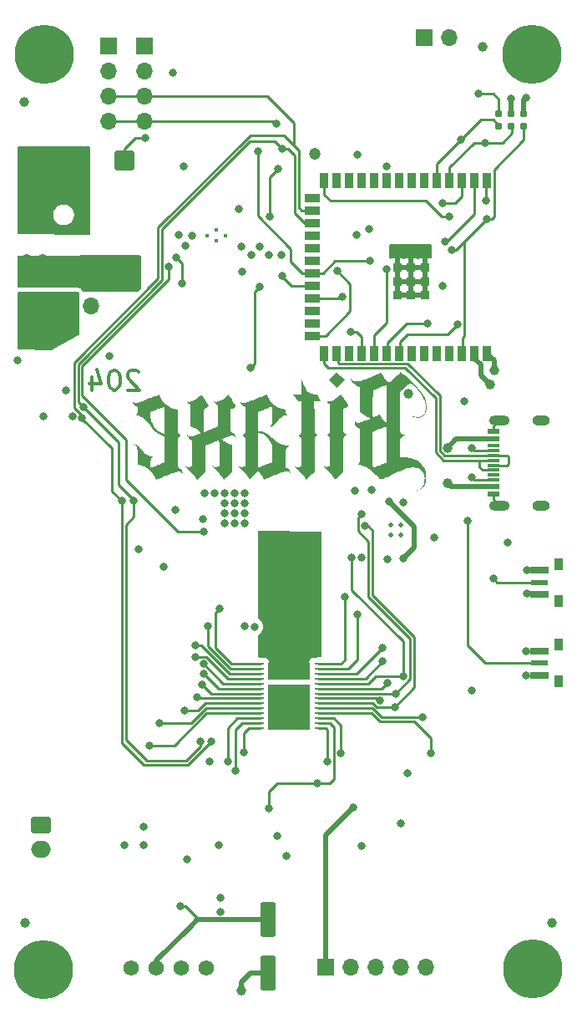
<source format=gbl>
G04 #@! TF.GenerationSoftware,KiCad,Pcbnew,8.0.4*
G04 #@! TF.CreationDate,2024-11-26T00:50:50-06:00*
G04 #@! TF.ProjectId,bitaxeUltra,62697461-7865-4556-9c74-72612e6b6963,rev?*
G04 #@! TF.SameCoordinates,Original*
G04 #@! TF.FileFunction,Copper,L4,Bot*
G04 #@! TF.FilePolarity,Positive*
%FSLAX46Y46*%
G04 Gerber Fmt 4.6, Leading zero omitted, Abs format (unit mm)*
G04 Created by KiCad (PCBNEW 8.0.4) date 2024-11-26 00:50:50*
%MOMM*%
%LPD*%
G01*
G04 APERTURE LIST*
G04 Aperture macros list*
%AMRoundRect*
0 Rectangle with rounded corners*
0 $1 Rounding radius*
0 $2 $3 $4 $5 $6 $7 $8 $9 X,Y pos of 4 corners*
0 Add a 4 corners polygon primitive as box body*
4,1,4,$2,$3,$4,$5,$6,$7,$8,$9,$2,$3,0*
0 Add four circle primitives for the rounded corners*
1,1,$1+$1,$2,$3*
1,1,$1+$1,$4,$5*
1,1,$1+$1,$6,$7*
1,1,$1+$1,$8,$9*
0 Add four rect primitives between the rounded corners*
20,1,$1+$1,$2,$3,$4,$5,0*
20,1,$1+$1,$4,$5,$6,$7,0*
20,1,$1+$1,$6,$7,$8,$9,0*
20,1,$1+$1,$8,$9,$2,$3,0*%
%AMFreePoly0*
4,1,40,0.378536,0.903536,0.380000,0.900000,0.380000,-0.900000,0.378536,-0.903536,0.375000,-0.905000,-0.375000,-0.905000,-0.378536,-0.903536,-0.380000,-0.900000,-0.380000,0.599995,-0.380010,0.609532,-0.379292,0.612119,-0.374802,0.619564,-0.366432,0.634761,-0.358876,0.650337,-0.352110,0.666323,-0.349049,0.674447,-0.348990,0.674595,-0.344777,0.684779,-0.337119,0.705441,-0.330507,0.726404,
-0.324930,0.747712,-0.322541,0.758475,-0.322487,0.758695,-0.320148,0.767353,-0.316121,0.784757,-0.312972,0.802345,-0.310689,0.820081,-0.309879,0.828997,-0.309866,0.828995,-0.309850,0.829328,-0.308474,0.838092,-0.306398,0.855697,-0.305186,0.873322,-0.304840,0.891046,-0.304999,0.899911,-0.303598,0.903472,-0.300089,0.904999,-0.300000,0.905000,0.375000,0.905000,0.378536,0.903536,
0.378536,0.903536,$1*%
%AMFreePoly1*
4,1,40,0.303536,0.903536,0.305000,0.900000,0.304999,0.899911,0.304840,0.891046,0.305186,0.873322,0.306398,0.855697,0.308474,0.838092,0.309850,0.829328,0.309767,0.828986,0.309879,0.828997,0.310689,0.820081,0.312972,0.802345,0.316121,0.784757,0.320148,0.767353,0.322487,0.758695,0.322541,0.758475,0.324930,0.747712,0.330507,0.726404,0.337119,0.705441,0.344777,0.684779,
0.348990,0.674595,0.349049,0.674447,0.352110,0.666323,0.358876,0.650337,0.366432,0.634761,0.374802,0.619564,0.379292,0.612119,0.380010,0.609532,0.380000,0.599995,0.380000,-0.900000,0.378536,-0.903536,0.375000,-0.905000,-0.375000,-0.905000,-0.378536,-0.903536,-0.380000,-0.900000,-0.380000,0.900000,-0.378536,0.903536,-0.375000,0.905000,0.300000,0.905000,0.303536,0.903536,
0.303536,0.903536,$1*%
G04 Aperture macros list end*
%ADD10C,0.300000*%
G04 #@! TA.AperFunction,NonConductor*
%ADD11C,0.300000*%
G04 #@! TD*
G04 #@! TA.AperFunction,EtchedComponent*
%ADD12C,0.000000*%
G04 #@! TD*
G04 #@! TA.AperFunction,ComponentPad*
%ADD13C,0.800000*%
G04 #@! TD*
G04 #@! TA.AperFunction,ComponentPad*
%ADD14C,6.000000*%
G04 #@! TD*
G04 #@! TA.AperFunction,ComponentPad*
%ADD15C,0.500000*%
G04 #@! TD*
G04 #@! TA.AperFunction,ComponentPad*
%ADD16C,0.400000*%
G04 #@! TD*
G04 #@! TA.AperFunction,ComponentPad*
%ADD17C,1.574800*%
G04 #@! TD*
G04 #@! TA.AperFunction,ComponentPad*
%ADD18R,1.700000X1.700000*%
G04 #@! TD*
G04 #@! TA.AperFunction,ComponentPad*
%ADD19O,1.700000X1.700000*%
G04 #@! TD*
G04 #@! TA.AperFunction,SMDPad,CuDef*
%ADD20C,1.000000*%
G04 #@! TD*
G04 #@! TA.AperFunction,SMDPad,CuDef*
%ADD21R,1.150000X0.600000*%
G04 #@! TD*
G04 #@! TA.AperFunction,SMDPad,CuDef*
%ADD22R,1.150000X0.300000*%
G04 #@! TD*
G04 #@! TA.AperFunction,ComponentPad*
%ADD23O,1.800000X1.000000*%
G04 #@! TD*
G04 #@! TA.AperFunction,ComponentPad*
%ADD24O,2.100000X1.000000*%
G04 #@! TD*
G04 #@! TA.AperFunction,SMDPad,CuDef*
%ADD25R,0.900000X1.500000*%
G04 #@! TD*
G04 #@! TA.AperFunction,SMDPad,CuDef*
%ADD26R,1.500000X0.900000*%
G04 #@! TD*
G04 #@! TA.AperFunction,SMDPad,CuDef*
%ADD27R,0.900000X0.900000*%
G04 #@! TD*
G04 #@! TA.AperFunction,ConnectorPad*
%ADD28C,0.787400*%
G04 #@! TD*
G04 #@! TA.AperFunction,SMDPad,CuDef*
%ADD29R,0.792000X0.221000*%
G04 #@! TD*
G04 #@! TA.AperFunction,SMDPad,CuDef*
%ADD30R,4.277000X1.810000*%
G04 #@! TD*
G04 #@! TA.AperFunction,SMDPad,CuDef*
%ADD31R,4.277000X4.530000*%
G04 #@! TD*
G04 #@! TA.AperFunction,SMDPad,CuDef*
%ADD32RoundRect,0.250000X-0.550000X1.500000X-0.550000X-1.500000X0.550000X-1.500000X0.550000X1.500000X0*%
G04 #@! TD*
G04 #@! TA.AperFunction,SMDPad,CuDef*
%ADD33RoundRect,0.250000X0.750000X-0.750000X0.750000X0.750000X-0.750000X0.750000X-0.750000X-0.750000X0*%
G04 #@! TD*
G04 #@! TA.AperFunction,SMDPad,CuDef*
%ADD34FreePoly0,270.000000*%
G04 #@! TD*
G04 #@! TA.AperFunction,SMDPad,CuDef*
%ADD35R,1.800000X0.600000*%
G04 #@! TD*
G04 #@! TA.AperFunction,SMDPad,CuDef*
%ADD36FreePoly1,270.000000*%
G04 #@! TD*
G04 #@! TA.AperFunction,SMDPad,CuDef*
%ADD37R,0.900000X1.300000*%
G04 #@! TD*
G04 #@! TA.AperFunction,SMDPad,CuDef*
%ADD38RoundRect,0.218750X-0.256250X0.218750X-0.256250X-0.218750X0.256250X-0.218750X0.256250X0.218750X0*%
G04 #@! TD*
G04 #@! TA.AperFunction,ComponentPad*
%ADD39RoundRect,0.250000X-0.750000X0.600000X-0.750000X-0.600000X0.750000X-0.600000X0.750000X0.600000X0*%
G04 #@! TD*
G04 #@! TA.AperFunction,ComponentPad*
%ADD40O,2.000000X1.700000*%
G04 #@! TD*
G04 #@! TA.AperFunction,ViaPad*
%ADD41C,0.800000*%
G04 #@! TD*
G04 #@! TA.AperFunction,ViaPad*
%ADD42C,1.200000*%
G04 #@! TD*
G04 #@! TA.AperFunction,ViaPad*
%ADD43C,1.000000*%
G04 #@! TD*
G04 #@! TA.AperFunction,Conductor*
%ADD44C,0.254000*%
G04 #@! TD*
G04 #@! TA.AperFunction,Conductor*
%ADD45C,0.508000*%
G04 #@! TD*
G04 APERTURE END LIST*
D10*
D11*
X90371679Y-83280114D02*
X90276441Y-83184876D01*
X90276441Y-83184876D02*
X90085965Y-83089638D01*
X90085965Y-83089638D02*
X89609774Y-83089638D01*
X89609774Y-83089638D02*
X89419298Y-83184876D01*
X89419298Y-83184876D02*
X89324060Y-83280114D01*
X89324060Y-83280114D02*
X89228822Y-83470590D01*
X89228822Y-83470590D02*
X89228822Y-83661066D01*
X89228822Y-83661066D02*
X89324060Y-83946780D01*
X89324060Y-83946780D02*
X90466917Y-85089638D01*
X90466917Y-85089638D02*
X89228822Y-85089638D01*
X87990727Y-83089638D02*
X87800250Y-83089638D01*
X87800250Y-83089638D02*
X87609774Y-83184876D01*
X87609774Y-83184876D02*
X87514536Y-83280114D01*
X87514536Y-83280114D02*
X87419298Y-83470590D01*
X87419298Y-83470590D02*
X87324060Y-83851542D01*
X87324060Y-83851542D02*
X87324060Y-84327733D01*
X87324060Y-84327733D02*
X87419298Y-84708685D01*
X87419298Y-84708685D02*
X87514536Y-84899161D01*
X87514536Y-84899161D02*
X87609774Y-84994400D01*
X87609774Y-84994400D02*
X87800250Y-85089638D01*
X87800250Y-85089638D02*
X87990727Y-85089638D01*
X87990727Y-85089638D02*
X88181203Y-84994400D01*
X88181203Y-84994400D02*
X88276441Y-84899161D01*
X88276441Y-84899161D02*
X88371679Y-84708685D01*
X88371679Y-84708685D02*
X88466917Y-84327733D01*
X88466917Y-84327733D02*
X88466917Y-83851542D01*
X88466917Y-83851542D02*
X88371679Y-83470590D01*
X88371679Y-83470590D02*
X88276441Y-83280114D01*
X88276441Y-83280114D02*
X88181203Y-83184876D01*
X88181203Y-83184876D02*
X87990727Y-83089638D01*
X85609774Y-83756304D02*
X85609774Y-85089638D01*
X86085965Y-82994400D02*
X86562155Y-84422971D01*
X86562155Y-84422971D02*
X85324060Y-84422971D01*
D12*
G04 #@! TA.AperFunction,EtchedComponent*
G36*
X110835225Y-83669191D02*
G01*
X111225774Y-84059740D01*
X110840646Y-84445290D01*
X110743775Y-84541920D01*
X110649131Y-84635592D01*
X110567917Y-84715197D01*
X110504115Y-84776859D01*
X110461707Y-84816699D01*
X110444677Y-84830841D01*
X110429633Y-84818501D01*
X110388808Y-84780268D01*
X110326321Y-84719953D01*
X110246154Y-84641434D01*
X110152289Y-84548587D01*
X110048708Y-84445290D01*
X109663579Y-84059740D01*
X110054128Y-83669191D01*
X110444677Y-83278642D01*
X110835225Y-83669191D01*
G37*
G04 #@! TD.AperFunction*
G04 #@! TA.AperFunction,EtchedComponent*
G36*
X106952962Y-84218195D02*
G01*
X107012788Y-84384727D01*
X107130174Y-84656382D01*
X107260097Y-84893409D01*
X107401616Y-85094547D01*
X107553792Y-85258537D01*
X107715685Y-85384116D01*
X107886356Y-85470027D01*
X107916657Y-85479077D01*
X107996489Y-85494470D01*
X108098933Y-85507422D01*
X108211773Y-85516200D01*
X108448024Y-85528872D01*
X108633717Y-85851383D01*
X108687239Y-85945026D01*
X108740061Y-86039000D01*
X108781920Y-86115205D01*
X108809482Y-86167559D01*
X108819410Y-86189981D01*
X108812654Y-86193248D01*
X108772106Y-86198329D01*
X108701063Y-86202393D01*
X108606604Y-86205090D01*
X108495806Y-86206067D01*
X108172203Y-86206067D01*
X108178046Y-87763614D01*
X108179056Y-88029567D01*
X108180108Y-88286071D01*
X108181182Y-88506491D01*
X108182369Y-88693760D01*
X108183761Y-88850811D01*
X108185446Y-88980576D01*
X108187518Y-89085988D01*
X108190065Y-89169980D01*
X108193180Y-89235484D01*
X108196952Y-89285434D01*
X108201474Y-89322762D01*
X108206835Y-89350400D01*
X108213126Y-89371282D01*
X108220439Y-89388341D01*
X108228864Y-89404508D01*
X108261787Y-89457864D01*
X108349332Y-89557893D01*
X108450475Y-89629877D01*
X108508694Y-89659932D01*
X108417585Y-89713326D01*
X108319765Y-89792653D01*
X108242377Y-89900266D01*
X108195128Y-90023485D01*
X108193591Y-90033321D01*
X108189824Y-90086905D01*
X108186397Y-90179408D01*
X108183334Y-90308844D01*
X108180661Y-90473224D01*
X108178401Y-90670562D01*
X108176578Y-90898870D01*
X108175218Y-91156162D01*
X108174344Y-91440449D01*
X108173980Y-91749745D01*
X108173471Y-93386531D01*
X107742630Y-93787538D01*
X107311790Y-94188545D01*
X107277386Y-94097910D01*
X107247290Y-94032073D01*
X107177868Y-93916154D01*
X107082976Y-93783702D01*
X106967059Y-93640128D01*
X106834561Y-93490847D01*
X106689927Y-93341272D01*
X106537600Y-93196816D01*
X106483754Y-93146978D01*
X106402109Y-93067371D01*
X106327474Y-92990122D01*
X106262576Y-92918696D01*
X106210143Y-92856560D01*
X106172904Y-92807181D01*
X106153586Y-92774024D01*
X106154918Y-92760556D01*
X106179628Y-92770243D01*
X106230444Y-92806551D01*
X106299366Y-92857410D01*
X106369454Y-92896819D01*
X106436950Y-92916253D01*
X106516137Y-92921454D01*
X106532152Y-92921097D01*
X106642284Y-92901731D01*
X106745371Y-92857661D01*
X106824867Y-92795630D01*
X106826684Y-92793536D01*
X106833773Y-92782700D01*
X106839814Y-92766544D01*
X106844873Y-92742039D01*
X106849018Y-92706155D01*
X106852314Y-92655863D01*
X106854829Y-92588133D01*
X106856628Y-92499937D01*
X106857778Y-92388244D01*
X106858346Y-92250025D01*
X106858398Y-92082251D01*
X106858000Y-91881892D01*
X106857219Y-91645920D01*
X106856122Y-91371304D01*
X106850337Y-89987937D01*
X106790861Y-89886750D01*
X106733692Y-89809469D01*
X106627929Y-89721251D01*
X106524473Y-89656939D01*
X106595168Y-89620671D01*
X106660367Y-89577358D01*
X106737556Y-89503287D01*
X106800898Y-89418954D01*
X106838416Y-89338263D01*
X106840403Y-89327806D01*
X106845101Y-89272011D01*
X106849184Y-89174805D01*
X106852651Y-89036374D01*
X106855498Y-88856905D01*
X106857723Y-88636583D01*
X106859323Y-88375593D01*
X106860296Y-88074124D01*
X106860639Y-87732359D01*
X106860755Y-86206067D01*
X106708307Y-86206067D01*
X106555859Y-86206067D01*
X106282673Y-85867470D01*
X106009487Y-85528872D01*
X106435121Y-85523240D01*
X106860755Y-85517608D01*
X106861024Y-84731444D01*
X106861292Y-83945279D01*
X106952962Y-84218195D01*
G37*
G04 #@! TD.AperFunction*
G04 #@! TA.AperFunction,EtchedComponent*
G36*
X110875684Y-85508401D02*
G01*
X110901173Y-85546235D01*
X110945271Y-85612062D01*
X111005209Y-85701741D01*
X111078222Y-85811131D01*
X111161542Y-85936090D01*
X111252402Y-86072478D01*
X111628268Y-86636921D01*
X111578013Y-86701135D01*
X111533263Y-86747758D01*
X111443903Y-86815237D01*
X111334780Y-86877924D01*
X111218190Y-86928062D01*
X111111453Y-86965971D01*
X111111453Y-88107771D01*
X111111446Y-88275760D01*
X111111559Y-88507622D01*
X111112114Y-88703489D01*
X111113445Y-88866832D01*
X111115885Y-89001120D01*
X111119767Y-89109823D01*
X111125425Y-89196412D01*
X111133192Y-89264355D01*
X111143400Y-89317123D01*
X111156384Y-89358185D01*
X111172477Y-89391011D01*
X111192011Y-89419071D01*
X111215321Y-89445835D01*
X111242739Y-89474772D01*
X111256864Y-89488805D01*
X111322178Y-89541654D01*
X111387734Y-89580913D01*
X111466066Y-89616790D01*
X111381498Y-89654924D01*
X111375494Y-89657712D01*
X111281872Y-89720387D01*
X111198671Y-89808646D01*
X111140101Y-89907615D01*
X111138050Y-89913353D01*
X111132956Y-89936914D01*
X111128511Y-89974168D01*
X111124674Y-90027659D01*
X111121401Y-90099929D01*
X111118649Y-90193524D01*
X111116374Y-90310985D01*
X111114534Y-90454858D01*
X111113085Y-90627686D01*
X111111983Y-90832012D01*
X111111187Y-91070380D01*
X111110652Y-91345334D01*
X111110335Y-91659417D01*
X111109217Y-93342654D01*
X110688391Y-93742728D01*
X110674494Y-93755934D01*
X110565705Y-93858938D01*
X110467267Y-93951493D01*
X110383136Y-94029930D01*
X110317265Y-94090579D01*
X110273609Y-94129771D01*
X110256123Y-94143836D01*
X110253726Y-94142893D01*
X110237968Y-94118544D01*
X110218096Y-94071351D01*
X110201334Y-94030446D01*
X110153397Y-93941437D01*
X110083781Y-93838666D01*
X109990413Y-93719559D01*
X109871219Y-93581541D01*
X109724123Y-93422036D01*
X109547051Y-93238470D01*
X109543132Y-93234475D01*
X109396872Y-93084228D01*
X109277197Y-92958886D01*
X109184596Y-92859026D01*
X109119552Y-92785223D01*
X109082554Y-92738053D01*
X109074086Y-92718092D01*
X109094636Y-92725916D01*
X109144690Y-92762100D01*
X109161332Y-92775007D01*
X109222126Y-92820072D01*
X109267670Y-92847117D01*
X109311821Y-92863145D01*
X109368432Y-92875156D01*
X109424247Y-92880245D01*
X109532354Y-92868158D01*
X109635541Y-92832791D01*
X109716601Y-92778902D01*
X109777901Y-92720173D01*
X109777784Y-91364474D01*
X109777450Y-91061641D01*
X109776407Y-90777058D01*
X109774652Y-90533703D01*
X109772182Y-90331350D01*
X109768993Y-90169770D01*
X109765081Y-90048738D01*
X109760444Y-89968026D01*
X109755076Y-89927406D01*
X109729641Y-89873164D01*
X109684106Y-89807892D01*
X109627056Y-89741021D01*
X109567001Y-89681715D01*
X109512452Y-89639140D01*
X109471918Y-89622460D01*
X109461738Y-89621456D01*
X109460241Y-89611288D01*
X109496605Y-89588775D01*
X109590651Y-89524440D01*
X109677420Y-89436473D01*
X109738314Y-89341998D01*
X109739156Y-89340168D01*
X109746794Y-89321373D01*
X109753334Y-89298885D01*
X109758862Y-89269539D01*
X109763465Y-89230169D01*
X109767229Y-89177612D01*
X109770239Y-89108701D01*
X109772582Y-89020272D01*
X109774344Y-88909160D01*
X109775610Y-88772200D01*
X109776467Y-88606226D01*
X109777001Y-88408073D01*
X109777298Y-88174578D01*
X109777443Y-87902574D01*
X109777901Y-86546497D01*
X109723429Y-86517344D01*
X109717003Y-86513566D01*
X109670874Y-86477206D01*
X109611948Y-86421367D01*
X109551012Y-86357292D01*
X109498855Y-86296221D01*
X109466268Y-86249396D01*
X109462396Y-86239552D01*
X109467939Y-86227474D01*
X109494743Y-86220368D01*
X109549610Y-86216913D01*
X109639339Y-86215787D01*
X109644743Y-86215764D01*
X109745420Y-86213103D01*
X109821565Y-86204306D01*
X109889472Y-86186406D01*
X109965431Y-86156439D01*
X110083913Y-86098122D01*
X110261573Y-85989272D01*
X110451696Y-85850389D01*
X110649303Y-85684906D01*
X110675153Y-85662002D01*
X110750198Y-85596617D01*
X110811604Y-85544759D01*
X110853607Y-85511228D01*
X110870442Y-85500822D01*
X110875684Y-85508401D01*
G37*
G04 #@! TD.AperFunction*
G04 #@! TA.AperFunction,EtchedComponent*
G36*
X94321726Y-88203688D02*
G01*
X94327450Y-89345307D01*
X94390708Y-89447836D01*
X94449755Y-89524977D01*
X94562645Y-89615543D01*
X94671323Y-89680721D01*
X94606011Y-89707774D01*
X94543402Y-89739855D01*
X94442182Y-89826730D01*
X94366349Y-89945412D01*
X94317438Y-90050447D01*
X94317235Y-91492995D01*
X94317031Y-92935544D01*
X94374332Y-92949316D01*
X94504813Y-92999651D01*
X94623731Y-93085425D01*
X94720321Y-93199404D01*
X94789662Y-93335721D01*
X94826830Y-93488511D01*
X94839564Y-93592695D01*
X94798954Y-93519767D01*
X94767864Y-93468659D01*
X94696223Y-93385706D01*
X94612548Y-93336540D01*
X94509179Y-93315767D01*
X94396328Y-93317778D01*
X94279739Y-93339423D01*
X94277012Y-93340249D01*
X94230067Y-93356189D01*
X94151537Y-93384567D01*
X94045832Y-93423686D01*
X93917364Y-93471846D01*
X93770541Y-93527347D01*
X93609773Y-93588491D01*
X93439472Y-93653579D01*
X93264047Y-93720910D01*
X93087908Y-93788787D01*
X92915465Y-93855510D01*
X92751128Y-93919380D01*
X92599308Y-93978697D01*
X92464414Y-94031763D01*
X92350857Y-94076879D01*
X92263046Y-94112345D01*
X92205393Y-94136462D01*
X92182306Y-94147531D01*
X92156950Y-94162429D01*
X92123410Y-94161789D01*
X92108335Y-94137849D01*
X92107708Y-94130648D01*
X92092011Y-94080784D01*
X92058316Y-94005401D01*
X92010789Y-93911903D01*
X91953592Y-93807696D01*
X91890888Y-93700184D01*
X91826843Y-93596772D01*
X91765618Y-93504865D01*
X91711378Y-93431868D01*
X91633746Y-93341345D01*
X91428675Y-93144290D01*
X91199837Y-92976294D01*
X90952588Y-92840495D01*
X90692285Y-92740029D01*
X90424283Y-92678034D01*
X90264283Y-92653320D01*
X90251592Y-91883221D01*
X90250405Y-91812732D01*
X90246370Y-91603183D01*
X90241813Y-91429431D01*
X90236204Y-91286956D01*
X90229012Y-91171235D01*
X90219709Y-91077750D01*
X90207764Y-91001978D01*
X90192648Y-90939400D01*
X90173831Y-90885494D01*
X90150784Y-90835740D01*
X90122975Y-90785617D01*
X90120847Y-90782042D01*
X90055158Y-90699440D01*
X89968535Y-90624924D01*
X89878803Y-90573944D01*
X89873811Y-90570360D01*
X89893019Y-90568784D01*
X89941313Y-90573315D01*
X90042375Y-90597494D01*
X90160102Y-90644707D01*
X90275032Y-90706919D01*
X90371015Y-90776491D01*
X90398820Y-90803695D01*
X90454315Y-90864996D01*
X90523987Y-90947126D01*
X90601656Y-91042752D01*
X90681141Y-91144537D01*
X90734840Y-91213508D01*
X90818912Y-91317242D01*
X90899591Y-91412229D01*
X90969785Y-91490190D01*
X91022398Y-91542845D01*
X91062638Y-91577211D01*
X91215232Y-91682141D01*
X91381116Y-91762486D01*
X91549910Y-91813887D01*
X91711234Y-91831990D01*
X91805458Y-91831990D01*
X91727919Y-91884679D01*
X91726511Y-91885637D01*
X91680191Y-91919536D01*
X91644507Y-91954123D01*
X91617967Y-91995254D01*
X91599082Y-92048782D01*
X91586361Y-92120563D01*
X91578314Y-92216452D01*
X91573451Y-92342305D01*
X91570280Y-92503975D01*
X91570271Y-92504579D01*
X91568454Y-92654882D01*
X91568425Y-92767967D01*
X91570389Y-92848244D01*
X91574549Y-92900125D01*
X91581111Y-92928019D01*
X91590277Y-92936337D01*
X91591076Y-92936279D01*
X91620124Y-92927830D01*
X91682001Y-92906515D01*
X91771195Y-92874430D01*
X91882191Y-92833666D01*
X92009476Y-92786318D01*
X92147538Y-92734478D01*
X92290864Y-92680241D01*
X92433940Y-92625699D01*
X92571254Y-92572945D01*
X92697292Y-92524073D01*
X92806541Y-92481175D01*
X92893488Y-92446347D01*
X92952621Y-92421679D01*
X92978425Y-92409267D01*
X92980554Y-92406582D01*
X92985763Y-92388149D01*
X92990120Y-92351420D01*
X92993668Y-92293796D01*
X92996447Y-92212681D01*
X92998497Y-92105477D01*
X92999861Y-91969587D01*
X93000578Y-91802416D01*
X93000690Y-91601364D01*
X93000238Y-91363836D01*
X92999262Y-91087234D01*
X92993897Y-89785247D01*
X92845552Y-89747576D01*
X92795197Y-89733623D01*
X92584188Y-89650458D01*
X92373511Y-89528486D01*
X92166508Y-89369879D01*
X91966522Y-89176806D01*
X91954304Y-89163562D01*
X91894802Y-89097043D01*
X91816697Y-89007551D01*
X91726200Y-88902295D01*
X91629520Y-88788485D01*
X91532865Y-88673329D01*
X91411974Y-88529984D01*
X91249584Y-88344170D01*
X91104594Y-88187826D01*
X90973619Y-88057822D01*
X90853274Y-87951029D01*
X90740175Y-87864315D01*
X90630938Y-87794552D01*
X90522177Y-87738608D01*
X90514875Y-87735308D01*
X90404294Y-87692014D01*
X90286919Y-87656257D01*
X90177336Y-87631939D01*
X90090130Y-87622966D01*
X90018498Y-87622966D01*
X90056588Y-87597653D01*
X91567307Y-87597653D01*
X91567708Y-87650108D01*
X91576720Y-87862890D01*
X91599702Y-88047668D01*
X91639589Y-88214539D01*
X91699311Y-88373600D01*
X91781803Y-88534948D01*
X91889995Y-88708680D01*
X91917006Y-88748242D01*
X92050892Y-88921724D01*
X92203075Y-89088150D01*
X92366516Y-89241311D01*
X92534179Y-89374999D01*
X92699026Y-89483007D01*
X92854021Y-89559125D01*
X92900901Y-89576869D01*
X92955065Y-89595307D01*
X92984250Y-89602457D01*
X92987222Y-89592193D01*
X92991070Y-89543051D01*
X92994468Y-89454586D01*
X92997396Y-89328175D01*
X92999836Y-89165195D01*
X93001767Y-88967024D01*
X93003170Y-88735040D01*
X93004026Y-88470619D01*
X93004316Y-88175140D01*
X93004259Y-88026074D01*
X93003937Y-87793751D01*
X93003352Y-87576138D01*
X93002527Y-87376604D01*
X93001489Y-87198520D01*
X93000260Y-87045257D01*
X92998866Y-86920185D01*
X92997331Y-86826675D01*
X92995680Y-86768097D01*
X92993937Y-86747822D01*
X92991503Y-86748422D01*
X92959821Y-86759684D01*
X92896275Y-86783599D01*
X92806237Y-86818064D01*
X92695077Y-86860979D01*
X92568166Y-86910239D01*
X92430874Y-86963742D01*
X92288571Y-87019386D01*
X92146628Y-87075069D01*
X92010417Y-87128688D01*
X91885306Y-87178140D01*
X91776668Y-87221323D01*
X91689872Y-87256135D01*
X91630289Y-87280473D01*
X91603290Y-87292234D01*
X91594124Y-87298428D01*
X91582050Y-87315882D01*
X91574136Y-87347708D01*
X91569576Y-87400731D01*
X91567568Y-87481772D01*
X91567307Y-87597653D01*
X90056588Y-87597653D01*
X90089298Y-87575915D01*
X90109228Y-87560563D01*
X90163325Y-87502836D01*
X90206982Y-87436061D01*
X90217845Y-87413574D01*
X90233814Y-87371933D01*
X90244274Y-87324765D01*
X90250353Y-87263036D01*
X90253174Y-87177714D01*
X90253865Y-87059764D01*
X90253865Y-86776270D01*
X90143230Y-86741395D01*
X90058403Y-86706242D01*
X89939051Y-86622638D01*
X89843108Y-86510508D01*
X89775444Y-86376095D01*
X89740927Y-86225641D01*
X89729100Y-86112301D01*
X89775716Y-86202561D01*
X89838802Y-86289077D01*
X89932429Y-86361967D01*
X90039340Y-86403558D01*
X90070304Y-86406574D01*
X90146405Y-86401553D01*
X90233759Y-86384628D01*
X90243350Y-86381914D01*
X90296052Y-86364473D01*
X90379854Y-86334744D01*
X90490374Y-86294407D01*
X90623228Y-86245146D01*
X90774034Y-86188642D01*
X90938409Y-86126576D01*
X91111969Y-86060630D01*
X91290333Y-85992487D01*
X91469118Y-85923827D01*
X91643940Y-85856333D01*
X91810416Y-85791686D01*
X91964165Y-85731569D01*
X92100803Y-85677662D01*
X92215947Y-85631648D01*
X92305215Y-85595208D01*
X92364223Y-85570025D01*
X92388590Y-85557779D01*
X92414471Y-85541528D01*
X92448806Y-85549415D01*
X92472066Y-85595165D01*
X92475889Y-85607757D01*
X92497208Y-85662159D01*
X92530356Y-85736720D01*
X92569968Y-85819160D01*
X92595756Y-85869606D01*
X92758633Y-86140535D01*
X92945653Y-86377530D01*
X93156687Y-86580498D01*
X93391607Y-86749341D01*
X93650281Y-86883965D01*
X93932582Y-86984274D01*
X94238379Y-87050172D01*
X94316002Y-87062069D01*
X94321583Y-88175140D01*
X94321726Y-88203688D01*
G37*
G04 #@! TD.AperFunction*
G04 #@! TA.AperFunction,EtchedComponent*
G36*
X105245907Y-92057041D02*
G01*
X105245907Y-92917613D01*
X105370928Y-92967812D01*
X105430008Y-92995089D01*
X105554364Y-93083226D01*
X105649593Y-93200838D01*
X105714408Y-93346505D01*
X105734620Y-93417897D01*
X105750000Y-93484787D01*
X105755573Y-93527171D01*
X105753328Y-93550543D01*
X105743744Y-93547509D01*
X105721785Y-93509348D01*
X105693905Y-93462287D01*
X105611304Y-93368746D01*
X105512841Y-93310573D01*
X105402588Y-93290562D01*
X105354520Y-93295517D01*
X105280084Y-93309868D01*
X105198761Y-93330325D01*
X105196858Y-93330871D01*
X105147588Y-93346997D01*
X105066904Y-93375570D01*
X104959208Y-93414896D01*
X104828901Y-93463281D01*
X104680384Y-93519031D01*
X104518060Y-93580452D01*
X104346329Y-93645850D01*
X104169594Y-93713530D01*
X103992255Y-93781799D01*
X103818714Y-93848961D01*
X103653373Y-93913324D01*
X103500633Y-93973193D01*
X103364896Y-94026874D01*
X103250563Y-94072673D01*
X103162036Y-94108895D01*
X103103716Y-94133846D01*
X103080005Y-94145833D01*
X103066191Y-94157840D01*
X103049936Y-94160477D01*
X103033194Y-94141356D01*
X103011533Y-94094620D01*
X102980518Y-94014414D01*
X102957215Y-93956363D01*
X102865871Y-93771175D01*
X102749948Y-93583181D01*
X102617823Y-93406421D01*
X102498437Y-93261820D01*
X102054938Y-93718972D01*
X102010996Y-93764104D01*
X101902447Y-93874102D01*
X101806275Y-93969421D01*
X101725747Y-94046955D01*
X101664126Y-94103597D01*
X101624678Y-94136240D01*
X101610667Y-94141776D01*
X101610188Y-94135996D01*
X101594021Y-94084945D01*
X101558675Y-94011146D01*
X101509185Y-93923607D01*
X101450586Y-93831333D01*
X101387913Y-93743331D01*
X101356524Y-93704912D01*
X101294815Y-93634712D01*
X101213091Y-93545222D01*
X101116602Y-93442104D01*
X101010600Y-93331021D01*
X100900335Y-93217634D01*
X100861484Y-93178017D01*
X100728732Y-93041405D01*
X100625077Y-92932341D01*
X100549720Y-92849813D01*
X100501860Y-92792811D01*
X100480696Y-92760325D01*
X100485428Y-92751343D01*
X100515255Y-92764856D01*
X100569376Y-92799853D01*
X100621986Y-92833797D01*
X100684304Y-92868648D01*
X100728345Y-92887115D01*
X100754000Y-92891983D01*
X100854280Y-92890795D01*
X100963060Y-92865032D01*
X101063798Y-92818099D01*
X101161904Y-92757447D01*
X101167267Y-91417164D01*
X101167527Y-91347696D01*
X101168186Y-91059654D01*
X101168058Y-90802734D01*
X101167160Y-90578444D01*
X101165509Y-90388289D01*
X101163121Y-90233776D01*
X101160012Y-90116412D01*
X101156200Y-90037703D01*
X101151701Y-89999156D01*
X101146978Y-89983090D01*
X101093056Y-89872002D01*
X101011135Y-89775451D01*
X100912147Y-89706778D01*
X100814920Y-89659712D01*
X100895809Y-89623496D01*
X100952938Y-89589809D01*
X101035424Y-89515822D01*
X101065003Y-89477437D01*
X102485038Y-89477437D01*
X102485038Y-91206887D01*
X102485101Y-91363235D01*
X102485493Y-91620762D01*
X102486217Y-91864144D01*
X102487246Y-92090323D01*
X102488553Y-92296239D01*
X102490109Y-92478834D01*
X102491887Y-92635049D01*
X102493859Y-92761825D01*
X102495998Y-92856105D01*
X102498276Y-92914828D01*
X102500665Y-92934936D01*
X102519082Y-92928771D01*
X102572479Y-92909080D01*
X102656175Y-92877532D01*
X102765668Y-92835843D01*
X102896456Y-92785727D01*
X103044036Y-92728899D01*
X103203906Y-92667074D01*
X103891518Y-92400612D01*
X103896970Y-91570235D01*
X103898110Y-91398476D01*
X103899062Y-91211383D01*
X103898896Y-91057340D01*
X103897027Y-90931497D01*
X103892866Y-90829007D01*
X103885829Y-90745021D01*
X103875328Y-90674692D01*
X103860777Y-90613171D01*
X103841589Y-90555610D01*
X103817178Y-90497162D01*
X103786957Y-90432977D01*
X103750340Y-90358209D01*
X103710480Y-90281669D01*
X103588173Y-90089899D01*
X103445758Y-89917878D01*
X103287874Y-89769139D01*
X103119161Y-89647217D01*
X102944256Y-89555645D01*
X102767800Y-89497956D01*
X102594431Y-89477684D01*
X102485038Y-89477437D01*
X101065003Y-89477437D01*
X101104781Y-89425817D01*
X101148140Y-89334529D01*
X101150874Y-89322142D01*
X101156156Y-89274719D01*
X101160633Y-89197578D01*
X101164335Y-89089011D01*
X101167294Y-88947312D01*
X101169541Y-88770773D01*
X101171107Y-88557687D01*
X101172024Y-88306346D01*
X101172322Y-88015043D01*
X101172322Y-86776270D01*
X101061688Y-86741395D01*
X100976861Y-86706242D01*
X100857509Y-86622638D01*
X100761566Y-86510508D01*
X100693901Y-86376095D01*
X100659385Y-86225641D01*
X100647558Y-86112301D01*
X100694174Y-86202561D01*
X100757393Y-86289208D01*
X100850913Y-86361994D01*
X100957591Y-86403513D01*
X100983192Y-86406375D01*
X101061203Y-86401151D01*
X101155540Y-86381207D01*
X101170133Y-86376746D01*
X101228147Y-86356820D01*
X101318109Y-86324409D01*
X101435294Y-86281315D01*
X101574974Y-86229342D01*
X101732423Y-86170292D01*
X101902914Y-86105966D01*
X102081721Y-86038168D01*
X102264115Y-85968700D01*
X102445372Y-85899364D01*
X102620763Y-85831963D01*
X102785563Y-85768298D01*
X102935043Y-85710173D01*
X103064479Y-85659390D01*
X103169142Y-85617751D01*
X103244306Y-85587059D01*
X103285245Y-85569115D01*
X103316302Y-85554335D01*
X103356014Y-85542142D01*
X103376900Y-85554798D01*
X103390524Y-85595165D01*
X103408235Y-85646507D01*
X103445078Y-85729953D01*
X103494694Y-85830182D01*
X103551983Y-85937350D01*
X103611849Y-86041616D01*
X103669192Y-86133138D01*
X103677407Y-86145375D01*
X103819863Y-86327650D01*
X103991568Y-86501823D01*
X104182778Y-86659787D01*
X104383750Y-86793439D01*
X104584739Y-86894673D01*
X104686352Y-86932559D01*
X104838590Y-86979085D01*
X105001368Y-87019755D01*
X105157351Y-87049874D01*
X105235489Y-87062262D01*
X105235832Y-87212384D01*
X105238365Y-87275518D01*
X105263321Y-87400449D01*
X105316628Y-87498900D01*
X105400372Y-87575467D01*
X105470856Y-87622966D01*
X105389637Y-87623274D01*
X105342452Y-87626378D01*
X105260955Y-87637788D01*
X105176626Y-87654651D01*
X105168801Y-87656518D01*
X105045374Y-87693013D01*
X104931246Y-87742438D01*
X104821443Y-87808680D01*
X104710993Y-87895628D01*
X104594922Y-88007171D01*
X104468254Y-88147195D01*
X104326018Y-88319590D01*
X104282507Y-88373427D01*
X104152540Y-88524765D01*
X104035793Y-88643604D01*
X103927727Y-88733388D01*
X103823802Y-88797564D01*
X103719480Y-88839575D01*
X103610222Y-88862866D01*
X103516457Y-88875353D01*
X103578967Y-88840531D01*
X103614314Y-88819059D01*
X103722445Y-88727057D01*
X103801212Y-88615712D01*
X103817538Y-88582297D01*
X103839986Y-88527551D01*
X103858492Y-88466967D01*
X103873521Y-88396066D01*
X103885538Y-88310368D01*
X103895008Y-88205395D01*
X103902396Y-88076666D01*
X103908168Y-87919703D01*
X103912789Y-87730026D01*
X103916722Y-87503155D01*
X103918938Y-87331049D01*
X103920220Y-87172141D01*
X103920579Y-87031738D01*
X103920037Y-86914473D01*
X103918615Y-86824977D01*
X103916334Y-86767883D01*
X103913217Y-86747822D01*
X103911509Y-86748169D01*
X103881561Y-86758513D01*
X103819409Y-86781673D01*
X103730439Y-86815544D01*
X103620033Y-86858017D01*
X103493574Y-86906988D01*
X103356446Y-86960350D01*
X103214031Y-87015995D01*
X103071713Y-87071817D01*
X102934875Y-87125710D01*
X102808900Y-87175568D01*
X102699172Y-87219283D01*
X102611073Y-87254749D01*
X102549987Y-87279860D01*
X102521297Y-87292509D01*
X102520880Y-87292735D01*
X102512403Y-87299608D01*
X102505397Y-87312441D01*
X102499752Y-87334805D01*
X102495353Y-87370271D01*
X102492090Y-87422410D01*
X102489848Y-87494794D01*
X102488517Y-87590994D01*
X102487983Y-87714581D01*
X102488134Y-87869126D01*
X102488858Y-88058200D01*
X102490041Y-88285376D01*
X102495456Y-89258651D01*
X102682987Y-89271588D01*
X102787792Y-89282177D01*
X102905062Y-89304056D01*
X103019997Y-89338459D01*
X103137092Y-89387853D01*
X103260844Y-89454704D01*
X103395750Y-89541480D01*
X103546306Y-89650647D01*
X103717009Y-89784672D01*
X103912355Y-89946021D01*
X104063378Y-90070861D01*
X104258942Y-90224002D01*
X104436714Y-90350755D01*
X104602421Y-90453993D01*
X104761789Y-90536591D01*
X104920541Y-90601423D01*
X105084404Y-90651362D01*
X105259103Y-90689283D01*
X105450363Y-90718060D01*
X105550635Y-90730584D01*
X105464210Y-90824345D01*
X105416622Y-90883718D01*
X105359239Y-90970458D01*
X105311846Y-91057287D01*
X105245907Y-91196469D01*
X105245907Y-91211383D01*
X105245907Y-92057041D01*
G37*
G04 #@! TD.AperFunction*
G04 #@! TA.AperFunction,EtchedComponent*
G36*
X96706501Y-85545981D02*
G01*
X96733746Y-85582419D01*
X96779421Y-85646962D01*
X96840714Y-85735534D01*
X96914811Y-85844058D01*
X96998900Y-85968457D01*
X97090168Y-86104653D01*
X97097526Y-86115680D01*
X97199815Y-86269346D01*
X97281048Y-86392518D01*
X97343387Y-86488969D01*
X97388996Y-86562474D01*
X97420041Y-86616805D01*
X97438685Y-86655736D01*
X97447092Y-86683040D01*
X97447426Y-86702490D01*
X97441852Y-86717861D01*
X97403760Y-86765286D01*
X97336242Y-86823661D01*
X97250643Y-86883879D01*
X97157364Y-86938652D01*
X97066802Y-86980692D01*
X96942462Y-87028906D01*
X96942462Y-88190661D01*
X96942504Y-88337706D01*
X96942711Y-88545010D01*
X96943077Y-88736786D01*
X96943586Y-88909299D01*
X96944219Y-89058812D01*
X96944961Y-89181593D01*
X96945795Y-89273905D01*
X96946704Y-89332013D01*
X96947671Y-89352183D01*
X96947698Y-89352180D01*
X96968225Y-89344530D01*
X97023120Y-89323347D01*
X97108047Y-89290323D01*
X97218668Y-89247151D01*
X97350647Y-89195523D01*
X97499647Y-89137132D01*
X97661330Y-89073671D01*
X98369779Y-88795393D01*
X98362012Y-87708027D01*
X98354244Y-86620662D01*
X98177209Y-86443627D01*
X98175209Y-86441626D01*
X98107799Y-86372952D01*
X98053813Y-86315646D01*
X98018693Y-86275644D01*
X98007881Y-86258886D01*
X98016822Y-86257395D01*
X98057030Y-86260608D01*
X98116841Y-86270096D01*
X98188347Y-86277931D01*
X98338102Y-86265427D01*
X98503088Y-86218008D01*
X98680623Y-86136997D01*
X98868029Y-86023716D01*
X99062626Y-85879484D01*
X99261732Y-85705624D01*
X99334897Y-85639603D01*
X99396864Y-85588785D01*
X99441359Y-85558013D01*
X99462319Y-85551933D01*
X99463756Y-85553759D01*
X99483075Y-85581451D01*
X99521185Y-85637535D01*
X99574657Y-85716869D01*
X99640060Y-85814309D01*
X99713966Y-85924713D01*
X99792943Y-86042938D01*
X99873563Y-86163841D01*
X99952394Y-86282279D01*
X100026007Y-86393110D01*
X100090971Y-86491190D01*
X100143858Y-86571378D01*
X100181237Y-86628529D01*
X100199677Y-86657502D01*
X100202687Y-86677535D01*
X100181029Y-86721509D01*
X100132175Y-86775372D01*
X100062480Y-86833989D01*
X99978298Y-86892226D01*
X99885982Y-86944948D01*
X99791888Y-86987021D01*
X99692913Y-87024362D01*
X99692913Y-88177971D01*
X99692913Y-88202922D01*
X99692989Y-88447975D01*
X99693264Y-88654867D01*
X99693841Y-88826811D01*
X99694822Y-88967021D01*
X99696308Y-89078709D01*
X99698400Y-89165087D01*
X99701201Y-89229369D01*
X99704811Y-89274768D01*
X99709332Y-89304496D01*
X99714866Y-89321766D01*
X99721514Y-89329790D01*
X99729377Y-89331783D01*
X99758104Y-89335512D01*
X99830765Y-89361581D01*
X99912972Y-89406164D01*
X99991721Y-89461696D01*
X100054008Y-89520613D01*
X100062167Y-89530468D01*
X100125193Y-89629410D01*
X100172661Y-89744429D01*
X100175591Y-89753963D01*
X100202672Y-89850092D01*
X100213384Y-89908414D01*
X100207608Y-89929456D01*
X100185224Y-89913747D01*
X100146112Y-89861816D01*
X100099776Y-89801503D01*
X100017517Y-89730768D01*
X99923233Y-89694737D01*
X99811097Y-89691652D01*
X99675283Y-89719754D01*
X99658101Y-89724970D01*
X99592826Y-89746835D01*
X99504354Y-89778285D01*
X99399613Y-89816671D01*
X99285531Y-89859345D01*
X99169038Y-89903657D01*
X99057061Y-89946958D01*
X98956530Y-89986601D01*
X98874373Y-90019936D01*
X98817519Y-90044314D01*
X98792896Y-90057087D01*
X98794223Y-90064982D01*
X98820552Y-90093977D01*
X98871986Y-90138478D01*
X98942306Y-90193903D01*
X99025294Y-90255672D01*
X99114729Y-90319201D01*
X99204392Y-90379909D01*
X99288064Y-90433214D01*
X99359525Y-90474534D01*
X99365144Y-90477509D01*
X99462868Y-90523448D01*
X99569044Y-90565033D01*
X99661658Y-90593591D01*
X99666067Y-90594667D01*
X99741312Y-90613106D01*
X99801360Y-90627954D01*
X99833561Y-90636083D01*
X99836707Y-90639436D01*
X99841704Y-90658717D01*
X99845973Y-90697180D01*
X99849559Y-90757325D01*
X99852512Y-90841650D01*
X99854880Y-90952654D01*
X99856709Y-91092836D01*
X99858049Y-91264694D01*
X99858946Y-91470729D01*
X99859450Y-91713438D01*
X99859607Y-91995320D01*
X99859607Y-93347654D01*
X99427244Y-93755422D01*
X99404238Y-93777116D01*
X99294849Y-93880180D01*
X99196559Y-93972643D01*
X99113209Y-94050904D01*
X99048639Y-94111360D01*
X99006690Y-94150408D01*
X98991200Y-94164448D01*
X98983944Y-94152795D01*
X98963748Y-94112367D01*
X98935831Y-94052805D01*
X98927664Y-94035265D01*
X98883562Y-93950046D01*
X98830779Y-93864455D01*
X98765619Y-93773887D01*
X98684386Y-93673735D01*
X98583382Y-93559395D01*
X98458911Y-93426260D01*
X98307276Y-93269726D01*
X98305399Y-93267810D01*
X98157582Y-93115980D01*
X98038670Y-92991444D01*
X97947409Y-92892768D01*
X97882544Y-92818517D01*
X97842823Y-92767257D01*
X97826990Y-92737553D01*
X97833794Y-92727970D01*
X97857596Y-92740102D01*
X97892514Y-92772586D01*
X97916248Y-92795183D01*
X97994394Y-92844432D01*
X98087213Y-92880163D01*
X98175683Y-92894206D01*
X98247284Y-92888511D01*
X98343301Y-92858010D01*
X98447917Y-92796900D01*
X98526055Y-92743139D01*
X98526055Y-91452690D01*
X98526019Y-91221891D01*
X98525836Y-90991437D01*
X98525421Y-90797043D01*
X98524687Y-90635699D01*
X98523549Y-90504396D01*
X98521921Y-90400123D01*
X98519717Y-90319872D01*
X98516852Y-90260631D01*
X98513238Y-90219392D01*
X98508791Y-90193146D01*
X98503425Y-90178881D01*
X98497053Y-90173589D01*
X98489591Y-90174259D01*
X98471920Y-90180672D01*
X98417968Y-90200893D01*
X98333520Y-90232837D01*
X98223354Y-90274688D01*
X98092251Y-90324627D01*
X97944990Y-90380840D01*
X97786350Y-90441511D01*
X97119574Y-90696744D01*
X97109156Y-92030574D01*
X97098737Y-93364404D01*
X96673016Y-93762351D01*
X96247294Y-94160299D01*
X96170263Y-94006964D01*
X96142674Y-93954637D01*
X96093816Y-93872976D01*
X96034864Y-93787659D01*
X95962404Y-93694573D01*
X95873024Y-93589607D01*
X95763314Y-93468650D01*
X95629859Y-93327592D01*
X95469249Y-93162319D01*
X95374914Y-93065374D01*
X95281923Y-92968131D01*
X95202872Y-92883678D01*
X95141624Y-92816203D01*
X95102043Y-92769895D01*
X95087991Y-92748941D01*
X95090868Y-92744264D01*
X95115019Y-92752041D01*
X95155710Y-92781367D01*
X95165367Y-92789255D01*
X95229267Y-92833723D01*
X95290480Y-92866566D01*
X95316736Y-92876166D01*
X95430229Y-92892950D01*
X95549155Y-92878166D01*
X95660118Y-92834757D01*
X95749721Y-92765667D01*
X95796766Y-92714519D01*
X95791394Y-91446728D01*
X95786022Y-90178937D01*
X95692257Y-90148066D01*
X95630330Y-90124001D01*
X95501543Y-90046464D01*
X95397330Y-89943431D01*
X95323210Y-89821157D01*
X95284699Y-89685901D01*
X95281411Y-89662346D01*
X95271258Y-89596642D01*
X95262743Y-89550365D01*
X95263870Y-89541935D01*
X95278975Y-89560050D01*
X95305553Y-89605670D01*
X95324570Y-89638094D01*
X95370170Y-89701605D01*
X95413066Y-89746248D01*
X95430694Y-89758928D01*
X95514043Y-89799520D01*
X95605620Y-89821644D01*
X95686267Y-89820117D01*
X95709181Y-89813143D01*
X95766534Y-89793254D01*
X95849794Y-89763222D01*
X95952460Y-89725498D01*
X96068028Y-89682535D01*
X96189997Y-89636783D01*
X96311864Y-89590693D01*
X96427125Y-89546717D01*
X96529280Y-89507305D01*
X96611824Y-89474909D01*
X96668255Y-89451981D01*
X96692072Y-89440971D01*
X96687231Y-89429777D01*
X96658014Y-89398671D01*
X96610349Y-89356238D01*
X96489318Y-89256395D01*
X96336170Y-89135564D01*
X96203754Y-89039220D01*
X96087095Y-88964239D01*
X95981218Y-88907500D01*
X95881149Y-88865880D01*
X95781913Y-88836256D01*
X95636105Y-88800461D01*
X95624307Y-87697840D01*
X95621954Y-87482338D01*
X95619482Y-87273333D01*
X95617086Y-87099696D01*
X95614616Y-86958072D01*
X95611923Y-86845104D01*
X95608856Y-86757438D01*
X95605267Y-86691718D01*
X95601005Y-86644589D01*
X95595922Y-86612695D01*
X95589867Y-86592680D01*
X95582692Y-86581189D01*
X95574245Y-86574866D01*
X95550190Y-86558265D01*
X95498780Y-86513511D01*
X95437647Y-86453974D01*
X95376874Y-86389999D01*
X95326543Y-86331933D01*
X95296738Y-86290123D01*
X95284758Y-86266055D01*
X95286841Y-86251655D01*
X95320616Y-86260230D01*
X95353148Y-86266914D01*
X95419803Y-86272800D01*
X95496967Y-86274010D01*
X95607121Y-86261676D01*
X95768216Y-86214805D01*
X95941656Y-86135294D01*
X96123220Y-86025472D01*
X96308692Y-85887663D01*
X96493853Y-85724195D01*
X96505163Y-85713404D01*
X96577511Y-85645392D01*
X96638159Y-85590075D01*
X96681035Y-85552894D01*
X96700072Y-85539291D01*
X96706501Y-85545981D01*
G37*
G04 #@! TD.AperFunction*
G04 #@! TA.AperFunction,EtchedComponent*
G36*
X117551978Y-84631446D02*
G01*
X117408593Y-84753929D01*
X117357351Y-84798345D01*
X117250367Y-84892961D01*
X117152838Y-84981656D01*
X117070371Y-85059203D01*
X117008573Y-85120373D01*
X116973054Y-85159940D01*
X116961784Y-85174683D01*
X116941173Y-85201915D01*
X116923062Y-85228277D01*
X116907287Y-85256429D01*
X116893689Y-85289028D01*
X116882106Y-85328734D01*
X116872377Y-85378206D01*
X116864340Y-85440103D01*
X116857834Y-85517083D01*
X116852698Y-85611806D01*
X116848770Y-85726931D01*
X116845889Y-85865117D01*
X116843894Y-86029022D01*
X116842623Y-86221306D01*
X116841916Y-86444627D01*
X116841610Y-86701645D01*
X116841545Y-86995019D01*
X116841559Y-87327407D01*
X116841619Y-87555697D01*
X116841952Y-87873173D01*
X116842603Y-88152341D01*
X116843599Y-88395236D01*
X116844965Y-88603897D01*
X116846729Y-88780360D01*
X116848918Y-88926663D01*
X116851559Y-89044842D01*
X116854677Y-89136935D01*
X116858300Y-89204980D01*
X116862455Y-89251012D01*
X116867168Y-89277070D01*
X116878577Y-89308226D01*
X116935759Y-89402897D01*
X117019252Y-89492370D01*
X117118220Y-89566337D01*
X117221830Y-89614491D01*
X117276108Y-89632921D01*
X117323429Y-89652795D01*
X117341641Y-89665981D01*
X117325794Y-89678653D01*
X117280349Y-89700535D01*
X117215681Y-89726148D01*
X117101531Y-89779032D01*
X116983060Y-89869944D01*
X116897633Y-89985964D01*
X116893671Y-89993444D01*
X116883481Y-90014628D01*
X116875060Y-90038148D01*
X116868209Y-90067938D01*
X116862729Y-90107931D01*
X116858418Y-90162062D01*
X116855079Y-90234262D01*
X116852511Y-90328468D01*
X116850515Y-90448611D01*
X116848994Y-90589040D01*
X116848890Y-90598626D01*
X116847437Y-90782446D01*
X116845957Y-91004006D01*
X116839937Y-91936728D01*
X116950141Y-91926665D01*
X117072216Y-91915969D01*
X117188994Y-91907519D01*
X117286335Y-91903508D01*
X117376162Y-91903737D01*
X117470400Y-91908007D01*
X117580972Y-91916118D01*
X117886215Y-91956593D01*
X118179448Y-92030141D01*
X118445953Y-92135300D01*
X118685313Y-92271739D01*
X118897113Y-92439128D01*
X119080939Y-92637137D01*
X119236373Y-92865434D01*
X119363001Y-93123689D01*
X119460407Y-93411572D01*
X119479871Y-93486304D01*
X119495620Y-93559932D01*
X119506130Y-93633392D01*
X119512487Y-93717140D01*
X119515776Y-93821636D01*
X119517084Y-93957338D01*
X119517347Y-94044669D01*
X119516676Y-94151474D01*
X119513804Y-94231084D01*
X119507717Y-94292299D01*
X119497406Y-94343924D01*
X119481858Y-94394760D01*
X119460062Y-94453611D01*
X119458056Y-94458814D01*
X119352858Y-94684259D01*
X119223392Y-94882650D01*
X119072458Y-95050860D01*
X118902851Y-95185758D01*
X118717371Y-95284216D01*
X118674960Y-95301063D01*
X118605462Y-95324716D01*
X118569462Y-95330995D01*
X118568476Y-95320967D01*
X118604019Y-95295695D01*
X118677603Y-95256245D01*
X118824002Y-95166551D01*
X118973098Y-95038521D01*
X119101549Y-94888943D01*
X119199002Y-94728298D01*
X119267605Y-94567329D01*
X119314489Y-94406662D01*
X119340790Y-94235974D01*
X119349703Y-94040685D01*
X119349743Y-94030300D01*
X119339393Y-93825340D01*
X119305883Y-93649759D01*
X119246700Y-93496975D01*
X119159327Y-93360409D01*
X119041250Y-93233477D01*
X119023281Y-93217159D01*
X118875488Y-93105835D01*
X118713447Y-93024332D01*
X118532150Y-92971121D01*
X118326592Y-92944673D01*
X118091765Y-92943460D01*
X118068218Y-92944554D01*
X117887016Y-92958833D01*
X117716957Y-92984480D01*
X117548962Y-93023967D01*
X117373953Y-93079772D01*
X117182852Y-93154369D01*
X116966580Y-93250233D01*
X116915321Y-93273712D01*
X116816728Y-93318283D01*
X116689159Y-93375511D01*
X116537890Y-93443046D01*
X116368196Y-93518537D01*
X116185351Y-93599636D01*
X115994633Y-93683993D01*
X115801314Y-93769257D01*
X115715367Y-93807098D01*
X115519969Y-93892974D01*
X115358064Y-93963733D01*
X115226339Y-94020646D01*
X115121482Y-94064987D01*
X115040177Y-94098029D01*
X114979112Y-94121043D01*
X114934973Y-94135304D01*
X114904446Y-94142082D01*
X114884218Y-94142652D01*
X114870975Y-94138285D01*
X114861403Y-94130255D01*
X114857136Y-94125659D01*
X114824653Y-94090072D01*
X114772177Y-94032128D01*
X114705973Y-93958756D01*
X114632308Y-93876886D01*
X114619370Y-93862541D01*
X114403144Y-93637346D01*
X114177034Y-93427318D01*
X113945951Y-93236060D01*
X113714805Y-93067176D01*
X113488508Y-92924267D01*
X113271972Y-92810938D01*
X113070107Y-92730792D01*
X112994020Y-92709415D01*
X112892415Y-92686191D01*
X112785939Y-92665823D01*
X112689578Y-92651157D01*
X112618317Y-92645036D01*
X112615148Y-92632226D01*
X112631373Y-92594018D01*
X112664519Y-92539357D01*
X112693873Y-92492129D01*
X112732736Y-92417950D01*
X112756759Y-92357035D01*
X112761033Y-92321246D01*
X112764958Y-92244264D01*
X112768400Y-92127437D01*
X112771349Y-91971690D01*
X112773792Y-91777948D01*
X112775718Y-91547136D01*
X112777115Y-91280180D01*
X112777972Y-90978004D01*
X112778277Y-90641533D01*
X112778371Y-89317528D01*
X114091108Y-89317528D01*
X114091108Y-91137351D01*
X114091124Y-91268340D01*
X114091324Y-91581884D01*
X114091779Y-91856758D01*
X114092519Y-92095135D01*
X114093575Y-92299186D01*
X114094980Y-92471082D01*
X114096762Y-92612993D01*
X114098955Y-92727092D01*
X114101589Y-92815549D01*
X114104694Y-92880536D01*
X114108303Y-92924224D01*
X114112446Y-92948784D01*
X114117154Y-92956388D01*
X114136965Y-92950668D01*
X114191269Y-92931808D01*
X114274070Y-92901812D01*
X114379852Y-92862775D01*
X114503093Y-92816792D01*
X114638277Y-92765959D01*
X114779885Y-92712370D01*
X114922397Y-92658122D01*
X115060296Y-92605309D01*
X115188063Y-92556027D01*
X115300178Y-92512371D01*
X115391125Y-92476437D01*
X115455383Y-92450319D01*
X115487435Y-92436114D01*
X115494519Y-92431631D01*
X115500849Y-92424433D01*
X115506348Y-92411990D01*
X115511076Y-92391701D01*
X115515090Y-92360964D01*
X115518450Y-92317175D01*
X115521212Y-92257733D01*
X115523436Y-92180037D01*
X115525180Y-92081483D01*
X115526502Y-91959471D01*
X115527461Y-91811397D01*
X115528114Y-91634660D01*
X115528521Y-91426658D01*
X115528739Y-91184789D01*
X115528828Y-90906450D01*
X115528844Y-90589040D01*
X115528840Y-90460198D01*
X115528776Y-90158027D01*
X115528595Y-89893991D01*
X115528244Y-89665545D01*
X115527672Y-89470144D01*
X115526826Y-89305242D01*
X115525657Y-89168294D01*
X115524111Y-89056756D01*
X115522138Y-88968081D01*
X115519685Y-88899726D01*
X115516701Y-88849144D01*
X115513134Y-88813791D01*
X115508933Y-88791121D01*
X115504046Y-88778589D01*
X115498421Y-88773650D01*
X115492007Y-88773760D01*
X115470968Y-88781043D01*
X115414240Y-88802215D01*
X115327417Y-88835290D01*
X115215197Y-88878461D01*
X115082278Y-88929919D01*
X114933359Y-88987855D01*
X114773139Y-89050461D01*
X114091108Y-89317528D01*
X112778371Y-89317528D01*
X112778393Y-89003086D01*
X112643473Y-88915183D01*
X112527772Y-88831449D01*
X112404602Y-88711659D01*
X112317738Y-88580371D01*
X112264153Y-88432683D01*
X112240816Y-88263696D01*
X112239716Y-88240355D01*
X112238183Y-88150258D01*
X112243184Y-88098152D01*
X112254925Y-88081374D01*
X112269582Y-88091671D01*
X112278654Y-88128257D01*
X112290888Y-88185580D01*
X112328977Y-88260788D01*
X112383353Y-88331148D01*
X112444186Y-88381612D01*
X112486931Y-88403560D01*
X112533134Y-88418511D01*
X112585147Y-88424138D01*
X112647631Y-88419476D01*
X112725247Y-88403554D01*
X112822656Y-88375404D01*
X112944519Y-88334058D01*
X113095497Y-88278548D01*
X113280252Y-88207905D01*
X113303820Y-88198788D01*
X113444874Y-88143878D01*
X113572402Y-88093658D01*
X113681326Y-88050170D01*
X113766567Y-88015458D01*
X113823047Y-87991562D01*
X113845688Y-87980525D01*
X113844242Y-87977111D01*
X113817290Y-87954885D01*
X113760567Y-87915053D01*
X113678252Y-87860362D01*
X113574525Y-87793561D01*
X113453568Y-87717399D01*
X113319560Y-87634624D01*
X112778393Y-87303381D01*
X112778393Y-87233852D01*
X114094728Y-87233852D01*
X114095256Y-87409474D01*
X114096355Y-87553321D01*
X114098061Y-87667880D01*
X114100411Y-87755637D01*
X114103444Y-87819078D01*
X114107196Y-87860688D01*
X114111705Y-87882955D01*
X114117007Y-87888363D01*
X114262233Y-87832146D01*
X114386130Y-87782699D01*
X114481383Y-87742340D01*
X114553484Y-87708481D01*
X114607922Y-87678530D01*
X114650188Y-87649896D01*
X114685770Y-87619991D01*
X114772779Y-87539788D01*
X114872189Y-87701188D01*
X114916197Y-87770400D01*
X115021938Y-87924834D01*
X115140367Y-88085443D01*
X115260738Y-88237900D01*
X115372304Y-88367880D01*
X115392519Y-88389821D01*
X115446260Y-88445129D01*
X115487900Y-88483651D01*
X115509756Y-88498109D01*
X115511868Y-88488801D01*
X115514834Y-88441409D01*
X115517569Y-88355667D01*
X115520054Y-88233562D01*
X115522271Y-88077083D01*
X115524199Y-87888216D01*
X115525820Y-87668949D01*
X115527114Y-87421270D01*
X115528062Y-87147165D01*
X115528645Y-86848624D01*
X115528844Y-86527632D01*
X115528844Y-84557155D01*
X115484563Y-84571210D01*
X115465311Y-84578039D01*
X115409382Y-84598753D01*
X115323073Y-84631132D01*
X115211229Y-84673347D01*
X115078690Y-84723570D01*
X114930301Y-84779972D01*
X114770904Y-84840723D01*
X114101527Y-85096181D01*
X114096170Y-86497298D01*
X114095233Y-86777342D01*
X114094733Y-87023970D01*
X114094728Y-87233852D01*
X112778393Y-87233852D01*
X112778393Y-86051385D01*
X112778393Y-84799388D01*
X112575235Y-84702943D01*
X112534971Y-84683348D01*
X112333589Y-84568325D01*
X112165903Y-84441727D01*
X112033497Y-84305436D01*
X111937957Y-84161337D01*
X111880865Y-84011311D01*
X111863807Y-83857244D01*
X111866039Y-83757748D01*
X111885274Y-83843290D01*
X111912186Y-83913965D01*
X111970707Y-84003415D01*
X112046917Y-84083886D01*
X112129483Y-84141535D01*
X112162363Y-84156770D01*
X112296824Y-84198360D01*
X112450116Y-84219893D01*
X112607273Y-84218945D01*
X112618600Y-84217883D01*
X112659234Y-84212254D01*
X112706208Y-84202533D01*
X112763128Y-84187481D01*
X112833598Y-84165860D01*
X112921224Y-84136431D01*
X113029611Y-84097956D01*
X113162365Y-84049195D01*
X113323090Y-83988912D01*
X113515392Y-83915866D01*
X113742876Y-83828820D01*
X113787007Y-83811888D01*
X113977978Y-83738480D01*
X114157028Y-83669439D01*
X114320299Y-83606268D01*
X114463933Y-83550467D01*
X114584071Y-83503538D01*
X114676857Y-83466984D01*
X114738431Y-83442305D01*
X114764937Y-83431003D01*
X114781695Y-83420441D01*
X114828931Y-83384605D01*
X114882887Y-83338551D01*
X114962529Y-83266599D01*
X114988091Y-83345480D01*
X115021363Y-83432013D01*
X115078387Y-83552397D01*
X115147859Y-83679540D01*
X115222538Y-83799422D01*
X115222784Y-83799788D01*
X115261756Y-83851812D01*
X115318549Y-83920112D01*
X115387535Y-83998707D01*
X115463084Y-84081617D01*
X115539568Y-84162863D01*
X115611358Y-84236464D01*
X115672826Y-84296439D01*
X115718342Y-84336810D01*
X115742277Y-84351596D01*
X115749996Y-84346973D01*
X115784807Y-84318442D01*
X115843198Y-84267222D01*
X115921015Y-84197196D01*
X116014105Y-84112249D01*
X116118312Y-84016262D01*
X116229484Y-83913121D01*
X116343465Y-83806707D01*
X116456103Y-83700905D01*
X116563241Y-83599597D01*
X116660727Y-83506668D01*
X116744406Y-83426000D01*
X116810124Y-83361477D01*
X116853727Y-83316982D01*
X116871060Y-83296398D01*
X116877313Y-83284520D01*
X116900186Y-83268085D01*
X116917181Y-83277171D01*
X116962723Y-83308058D01*
X117030607Y-83356899D01*
X117115160Y-83419603D01*
X117210714Y-83492080D01*
X117503641Y-83724937D01*
X117823871Y-84000189D01*
X118123327Y-84280259D01*
X118399804Y-84562525D01*
X118651096Y-84844368D01*
X118874998Y-85123167D01*
X119069304Y-85396302D01*
X119231808Y-85661151D01*
X119360305Y-85915096D01*
X119452589Y-86155515D01*
X119465998Y-86199403D01*
X119508569Y-86360083D01*
X119541800Y-86519815D01*
X119563356Y-86666138D01*
X119570900Y-86786588D01*
X119570535Y-86807598D01*
X119560238Y-86925507D01*
X119538121Y-87057196D01*
X119507334Y-87188802D01*
X119471026Y-87306466D01*
X119432349Y-87396324D01*
X119378625Y-87484073D01*
X119253776Y-87632008D01*
X119105723Y-87748677D01*
X118939196Y-87831999D01*
X118758925Y-87879893D01*
X118569639Y-87890277D01*
X118376068Y-87861072D01*
X118230183Y-87813654D01*
X118061294Y-87734545D01*
X117905553Y-87636336D01*
X117772466Y-87525151D01*
X117671541Y-87407115D01*
X117664517Y-87395947D01*
X117666383Y-87389774D01*
X117692609Y-87411296D01*
X117740430Y-87458453D01*
X117887268Y-87591817D01*
X118063551Y-87708259D01*
X118251886Y-87787365D01*
X118456518Y-87831347D01*
X118468758Y-87832826D01*
X118659030Y-87836881D01*
X118839370Y-87806261D01*
X119004713Y-87743455D01*
X119149994Y-87650957D01*
X119270148Y-87531257D01*
X119360110Y-87386846D01*
X119383617Y-87334660D01*
X119428818Y-87212465D01*
X119457419Y-87089823D01*
X119472006Y-86953309D01*
X119475165Y-86789496D01*
X119475032Y-86776292D01*
X119472403Y-86669770D01*
X119465586Y-86583831D01*
X119452152Y-86503506D01*
X119429671Y-86413828D01*
X119395717Y-86299832D01*
X119350948Y-86167154D01*
X119255893Y-85940595D01*
X119136407Y-85714759D01*
X118989922Y-85485773D01*
X118813871Y-85249761D01*
X118605686Y-85002851D01*
X118362800Y-84741167D01*
X118252875Y-84628358D01*
X118155394Y-84534493D01*
X118072142Y-84467404D01*
X117997416Y-84427167D01*
X117925509Y-84413860D01*
X117850717Y-84427558D01*
X117767335Y-84468337D01*
X117669657Y-84536275D01*
X117643839Y-84557155D01*
X117551978Y-84631446D01*
G37*
G04 #@! TD.AperFunction*
D13*
X127985010Y-51120990D03*
X128644020Y-49530000D03*
X128644020Y-52711980D03*
X130235010Y-48870990D03*
D14*
X130235010Y-51120990D03*
D13*
X130235010Y-53370990D03*
X131826000Y-49530000D03*
X131826000Y-52711980D03*
X132485010Y-51120990D03*
D15*
X116922000Y-98765000D03*
X116922000Y-99765000D03*
X115922000Y-99765000D03*
X115922000Y-98765000D03*
D13*
X128052000Y-143728000D03*
X128711010Y-142137010D03*
X128711010Y-145318990D03*
X130302000Y-141478000D03*
D14*
X130302000Y-143728000D03*
D13*
X130302000Y-145978000D03*
X131892990Y-142137010D03*
X131892990Y-145318990D03*
X132552000Y-143728000D03*
X78455010Y-143830990D03*
X79114020Y-142240000D03*
X79114020Y-145421980D03*
X80705010Y-141580990D03*
D14*
X80705010Y-143830990D03*
D13*
X80705010Y-146080990D03*
X82296000Y-142240000D03*
X82296000Y-145421980D03*
X82955010Y-143830990D03*
D16*
X98201691Y-68847200D03*
X99151691Y-69422200D03*
X97251691Y-69422200D03*
X98201691Y-69997200D03*
D13*
X78558000Y-51054000D03*
X79217010Y-49463010D03*
X79217010Y-52644990D03*
X80808000Y-48804000D03*
D14*
X80808000Y-51054000D03*
D13*
X80808000Y-53304000D03*
X82398990Y-49463010D03*
X82398990Y-52644990D03*
X83058000Y-51054000D03*
D17*
X89621000Y-143622000D03*
X92161000Y-143622000D03*
X94701000Y-143622000D03*
X97241000Y-143622000D03*
D18*
X87340000Y-50270000D03*
D19*
X87340000Y-52810000D03*
X87340000Y-55350000D03*
X87340000Y-57890000D03*
D20*
X132260000Y-139060000D03*
D18*
X83000000Y-76540000D03*
D19*
X85540000Y-76540000D03*
D18*
X90920000Y-50280000D03*
D19*
X90920000Y-52820000D03*
X90920000Y-55360000D03*
X90920000Y-57900000D03*
D18*
X109350000Y-143580000D03*
D19*
X111890000Y-143580000D03*
X114430000Y-143580000D03*
X116970000Y-143580000D03*
X119510000Y-143580000D03*
D21*
X126368000Y-89256000D03*
X126368000Y-90056000D03*
D22*
X126368000Y-91206000D03*
X126368000Y-92206000D03*
X126368000Y-92706000D03*
X126368000Y-93706000D03*
D21*
X126368000Y-94856000D03*
X126368000Y-95656000D03*
X126368000Y-95656000D03*
X126368000Y-94856000D03*
D22*
X126368000Y-94206000D03*
X126368000Y-93206000D03*
X126368000Y-91706000D03*
X126368000Y-90706000D03*
D21*
X126368000Y-90056000D03*
X126368000Y-89256000D03*
D23*
X131123000Y-88136000D03*
D24*
X126943000Y-88136000D03*
D23*
X131123000Y-96776000D03*
D24*
X126943000Y-96776000D03*
D25*
X125690000Y-81360000D03*
X124420000Y-81360000D03*
X123150000Y-81360000D03*
X121880000Y-81360000D03*
X120610000Y-81360000D03*
X119340000Y-81360000D03*
X118070000Y-81360000D03*
X116800000Y-81360000D03*
X115530000Y-81360000D03*
X114260000Y-81360000D03*
X112990000Y-81360000D03*
X111720000Y-81360000D03*
X110450000Y-81360000D03*
X109180000Y-81360000D03*
D26*
X107930000Y-79595000D03*
X107930000Y-78325000D03*
X107930000Y-77055000D03*
X107930000Y-75785000D03*
X107930000Y-74515000D03*
X107930000Y-73245000D03*
X107930000Y-71975000D03*
X107930000Y-70705000D03*
X107930000Y-69435000D03*
X107930000Y-68165000D03*
X107930000Y-66895000D03*
X107930000Y-65625000D03*
D25*
X109180000Y-63860000D03*
X110450000Y-63860000D03*
X111720000Y-63860000D03*
X112990000Y-63860000D03*
X114260000Y-63860000D03*
X115530000Y-63860000D03*
X116800000Y-63860000D03*
X118070000Y-63860000D03*
X119340000Y-63860000D03*
X120610000Y-63860000D03*
X121880000Y-63860000D03*
X123150000Y-63860000D03*
X124420000Y-63860000D03*
X125690000Y-63860000D03*
D27*
X116570000Y-75510000D03*
X117970000Y-75510000D03*
X119370000Y-75510000D03*
X116570000Y-74110000D03*
X117970000Y-74110000D03*
X119370000Y-74110000D03*
X116570000Y-72710000D03*
X117970000Y-72710000D03*
X119370000Y-72710000D03*
D28*
X129400000Y-58365000D03*
X129400000Y-57095000D03*
X128130000Y-58365000D03*
X128130000Y-57095000D03*
X126860000Y-58365000D03*
X126860000Y-57095000D03*
D18*
X119310000Y-49410000D03*
D19*
X121850000Y-49410000D03*
D20*
X78850000Y-139070000D03*
D29*
X108528000Y-112805000D03*
X108528000Y-113307000D03*
X108528000Y-113809000D03*
X108528000Y-114311000D03*
X108528000Y-114813000D03*
X108528000Y-115315000D03*
X108528000Y-115817000D03*
X108528000Y-116319000D03*
X108528000Y-116821000D03*
X108528000Y-117323000D03*
X108528000Y-117825000D03*
X108528000Y-118327000D03*
X108528000Y-118829000D03*
X108528000Y-119331000D03*
X102696000Y-119318000D03*
X102696000Y-118818000D03*
X102696000Y-118318000D03*
X102696000Y-117818000D03*
X102696000Y-117318000D03*
X102696000Y-116821000D03*
X102696000Y-116318000D03*
X102696000Y-115817000D03*
X102696000Y-115315000D03*
X102696000Y-114813000D03*
X102696000Y-114311000D03*
X102696000Y-113818000D03*
X102696000Y-113307000D03*
X102696000Y-112818000D03*
D30*
X105612000Y-113600000D03*
D31*
X105612000Y-117176000D03*
D32*
X103490000Y-138720000D03*
X103490000Y-144120000D03*
D33*
X82750000Y-72850000D03*
X88900000Y-72850000D03*
X82750000Y-61850000D03*
X88900000Y-61850000D03*
D34*
X131010000Y-103345000D03*
D35*
X131010000Y-104570000D03*
D36*
X131010000Y-105795000D03*
D37*
X132960000Y-102720000D03*
X132960000Y-106420000D03*
D38*
X79700000Y-74325000D03*
X79700000Y-75900000D03*
D20*
X125270000Y-50310000D03*
D39*
X80470000Y-129140000D03*
D40*
X80470000Y-131640000D03*
D34*
X131010000Y-111510000D03*
D35*
X131010000Y-112735000D03*
D36*
X131010000Y-113960000D03*
D37*
X132960000Y-110885000D03*
X132960000Y-114585000D03*
D20*
X78750000Y-55900000D03*
D41*
X129670000Y-114000000D03*
X95067000Y-70471000D03*
X129700000Y-103290000D03*
D42*
X80640000Y-68607500D03*
X80640000Y-63125000D03*
D41*
X78090000Y-82060000D03*
X100850600Y-73131400D03*
D42*
X80640000Y-64952500D03*
D41*
X116910000Y-128990000D03*
D43*
X116540000Y-70920000D03*
D41*
X129700000Y-105720000D03*
D42*
X80640000Y-66780000D03*
D41*
X99060000Y-95504000D03*
D42*
X78960000Y-61300000D03*
X82430000Y-64970000D03*
D41*
X125600000Y-65940000D03*
X112980000Y-131260000D03*
X96109000Y-112124000D03*
D42*
X84110000Y-64967500D03*
D41*
X99060000Y-97536000D03*
X112460000Y-69350000D03*
X100076000Y-97536000D03*
X106396000Y-118533000D03*
X97028000Y-95504000D03*
X110862000Y-121832000D03*
X98044000Y-95504000D03*
D42*
X78960000Y-64955000D03*
D41*
X104082000Y-115436000D03*
X98682000Y-136516000D03*
X101092000Y-95504000D03*
X99393000Y-122727000D03*
X106408000Y-116351000D03*
X128120000Y-55550000D03*
D42*
X78960000Y-66782500D03*
D41*
X95758000Y-69431400D03*
D43*
X100765000Y-145890000D03*
D41*
X94890000Y-62470000D03*
X94411000Y-69401000D03*
X101092000Y-98552000D03*
X105673000Y-117442000D03*
X80660000Y-87760000D03*
X101092000Y-96520000D03*
X97551000Y-122747000D03*
X124109000Y-115539000D03*
D43*
X117910000Y-70950000D03*
D41*
X90360055Y-101249945D03*
X100076000Y-96520000D03*
X117602000Y-123903000D03*
X101779000Y-71402000D03*
X104855000Y-118563000D03*
X104132000Y-117472000D03*
X121210000Y-74547000D03*
X100076000Y-98552000D03*
X102625000Y-70567000D03*
X100076000Y-95504000D03*
X112922500Y-102037000D03*
X107144000Y-117442000D03*
X90897000Y-129309000D03*
X112318000Y-95325000D03*
X112512000Y-61250000D03*
X105623000Y-115406000D03*
X101092000Y-97536000D03*
X104867000Y-116381000D03*
X100801000Y-70578000D03*
X87414791Y-81636367D03*
X104830000Y-71398000D03*
X129660000Y-111560000D03*
D43*
X119454234Y-70914234D03*
D41*
X105330000Y-132320000D03*
X104430000Y-130240000D03*
D43*
X126380000Y-83110000D03*
D41*
X99060000Y-96520000D03*
D42*
X80640000Y-61297500D03*
D41*
X115573700Y-102188000D03*
X120310000Y-100000000D03*
D42*
X78960000Y-68610000D03*
X78960000Y-63127500D03*
D41*
X103584000Y-71410000D03*
X102082600Y-109067600D03*
X96840000Y-98140000D03*
X92910000Y-102990000D03*
X95260000Y-132630000D03*
X107094000Y-115406000D03*
X115099642Y-112550642D03*
X99060000Y-98552000D03*
D42*
X80580000Y-71910000D03*
X85100000Y-72150000D03*
X86750000Y-73660000D03*
X80680000Y-73350000D03*
X85100000Y-73660000D03*
X78980000Y-71930000D03*
X86750000Y-72150000D03*
X78810000Y-73470000D03*
D41*
X115737362Y-96385646D03*
X117172000Y-102173000D03*
X112130000Y-127390000D03*
X109458000Y-122723000D03*
X92430600Y-118795800D03*
X121149900Y-66170000D03*
X103000000Y-104240000D03*
X105152000Y-113890000D03*
D42*
X106685000Y-103175000D03*
X106725000Y-105305000D03*
D41*
X104126000Y-113110000D03*
X108330000Y-104270000D03*
X107204000Y-113920000D03*
D42*
X106725000Y-107275000D03*
D41*
X106178000Y-113110000D03*
D42*
X104695000Y-103175000D03*
X104695000Y-101135000D03*
X106665000Y-101155000D03*
X104745000Y-107305000D03*
X104715000Y-105285000D03*
D41*
X126293000Y-104178000D03*
X125650000Y-67760000D03*
X122101300Y-70905000D03*
D43*
X117710000Y-85490000D03*
D41*
X88883000Y-131168000D03*
X100470000Y-66770000D03*
X94580000Y-137390000D03*
X90881000Y-131182000D03*
D42*
X108214845Y-61185155D03*
D41*
X98450000Y-131200000D03*
X110500000Y-73050000D03*
X115457000Y-62413000D03*
X114010000Y-95176000D03*
X127766000Y-100521000D03*
X129610000Y-55490000D03*
D43*
X126000000Y-84500000D03*
D41*
X123394000Y-86260000D03*
X98662000Y-137914100D03*
X117172000Y-96434000D03*
X83700000Y-87750000D03*
X113750000Y-68810000D03*
X101092000Y-109016800D03*
X93820000Y-52930000D03*
X94100000Y-97190000D03*
X82990000Y-85090000D03*
X115482566Y-72844545D03*
X111892000Y-79190000D03*
X115070000Y-111160000D03*
X112530000Y-107800000D03*
X121437000Y-70037900D03*
X91480645Y-121097045D03*
X84630946Y-87948642D03*
X88670000Y-96340000D03*
X97713800Y-120675400D03*
X96970000Y-99460000D03*
X93399000Y-72582000D03*
X108468000Y-124939000D03*
X103530000Y-127490000D03*
X111250000Y-106010000D03*
X98602800Y-107213400D03*
X97409000Y-108966000D03*
X96130000Y-110920000D03*
X104500000Y-62680000D03*
X103630000Y-67500000D03*
X94155000Y-71626000D03*
X94772000Y-74270800D03*
X116334852Y-117175300D03*
X113272599Y-98869299D03*
X112962000Y-97645000D03*
X116428000Y-115817000D03*
X117148868Y-114071132D03*
X111948000Y-102053000D03*
X101710600Y-82811400D03*
X102630000Y-74620000D03*
X96774000Y-114909600D03*
X114844000Y-116495900D03*
X96967045Y-112836955D03*
X96995638Y-113825659D03*
X96266000Y-116154200D03*
X94996000Y-117551200D03*
X125466555Y-60033445D03*
X123040000Y-59730000D03*
X124830000Y-55100000D03*
X121828800Y-67530000D03*
X123719000Y-98362000D03*
X122670000Y-78400000D03*
X119110000Y-118260000D03*
X119660000Y-78360000D03*
X104940000Y-73540000D03*
X110990000Y-75660000D03*
X96656000Y-120659000D03*
X84765794Y-86853684D03*
X89850000Y-96260000D03*
X104300000Y-58100000D03*
X104902000Y-60690000D03*
X115540000Y-114780000D03*
X113800000Y-71990000D03*
X91020000Y-59560000D03*
X102440000Y-60880000D03*
X119960000Y-121860000D03*
D43*
X121666000Y-90932000D03*
X121666000Y-94488000D03*
D41*
X124159000Y-90943000D03*
X124154000Y-93963000D03*
X101015000Y-121775000D03*
X100155000Y-123661000D03*
D42*
X82890000Y-78750000D03*
X81480000Y-78730000D03*
X80420000Y-77460000D03*
X78920000Y-77440000D03*
D44*
X102696000Y-114311000D02*
X99401200Y-114311000D01*
D45*
X100765000Y-145045000D02*
X100765000Y-145890000D01*
D44*
X108528000Y-114311000D02*
X113339284Y-114311000D01*
X131150000Y-105795000D02*
X129775000Y-105795000D01*
D45*
X128130000Y-57095000D02*
X128130000Y-55560000D01*
D44*
X126368000Y-89256000D02*
X126368000Y-88711000D01*
X110156000Y-118327000D02*
X108528000Y-118327000D01*
X99401200Y-114311000D02*
X97214200Y-112124000D01*
X125600000Y-65940000D02*
X125600000Y-63950000D01*
X117910000Y-70950000D02*
X117970000Y-71010000D01*
D45*
X126380000Y-83110000D02*
X126380000Y-82050000D01*
D44*
X99393000Y-119299000D02*
X100374000Y-118318000D01*
X110862000Y-119033000D02*
X110156000Y-118327000D01*
X129710000Y-113960000D02*
X131265000Y-113960000D01*
D45*
X101690000Y-144120000D02*
X100765000Y-145045000D01*
D44*
X129670000Y-114000000D02*
X129710000Y-113960000D01*
X129710000Y-111510000D02*
X129660000Y-111560000D01*
D45*
X126380000Y-82050000D02*
X125690000Y-81360000D01*
D44*
X131265000Y-111510000D02*
X129710000Y-111510000D01*
D45*
X128130000Y-55560000D02*
X128120000Y-55550000D01*
D44*
X129775000Y-105795000D02*
X129700000Y-105720000D01*
X99393000Y-122727000D02*
X99393000Y-119299000D01*
X100374000Y-118318000D02*
X102696000Y-118318000D01*
X113339284Y-114311000D02*
X115099642Y-112550642D01*
D45*
X103490000Y-144120000D02*
X101690000Y-144120000D01*
D44*
X97214200Y-112124000D02*
X96109000Y-112124000D01*
X131150000Y-103345000D02*
X129755000Y-103345000D01*
X129755000Y-103345000D02*
X129700000Y-103290000D01*
X119454234Y-70914234D02*
X119370000Y-70998468D01*
X110862000Y-121832000D02*
X110862000Y-119033000D01*
X126368000Y-88711000D02*
X126943000Y-88136000D01*
X126368000Y-95656000D02*
X126368000Y-96201000D01*
X126368000Y-96201000D02*
X126943000Y-96776000D01*
D45*
X109350000Y-143580000D02*
X109350000Y-130170000D01*
X109350000Y-130170000D02*
X112130000Y-127390000D01*
X118302000Y-98950284D02*
X118302000Y-101043000D01*
D44*
X109450000Y-122715000D02*
X109450000Y-119488000D01*
X109450000Y-119488000D02*
X109293000Y-119331000D01*
D45*
X118302000Y-101043000D02*
X117172000Y-102173000D01*
X115737362Y-96385646D02*
X118302000Y-98950284D01*
D44*
X109293000Y-119331000D02*
X108528000Y-119331000D01*
X109458000Y-122723000D02*
X109450000Y-122715000D01*
X102696000Y-117318000D02*
X97175536Y-117318000D01*
X97175536Y-117318000D02*
X95697736Y-118795800D01*
X95697736Y-118795800D02*
X92430600Y-118795800D01*
X123150000Y-65450000D02*
X123150000Y-63860000D01*
X121149900Y-66170000D02*
X122430000Y-66170000D01*
X122430000Y-66170000D02*
X123150000Y-65450000D01*
X131150000Y-104570000D02*
X126685000Y-104570000D01*
X122505000Y-70905000D02*
X122101300Y-70905000D01*
X125650000Y-67760000D02*
X122505000Y-70905000D01*
X126419400Y-62740600D02*
X129400000Y-59760000D01*
X125650000Y-67760000D02*
X123349400Y-70060600D01*
X125650000Y-67760000D02*
X126140000Y-67760000D01*
X126685000Y-104570000D02*
X126293000Y-104178000D01*
X129400000Y-59760000D02*
X129400000Y-58365000D01*
X126419400Y-67480600D02*
X126419400Y-62740600D01*
X123160000Y-79830000D02*
X123160000Y-81133600D01*
X123349400Y-70060600D02*
X123349400Y-79640600D01*
X123349400Y-79640600D02*
X123160000Y-79830000D01*
X126140000Y-67760000D02*
X126419400Y-67480600D01*
D45*
X92161000Y-142859000D02*
X92161000Y-143622000D01*
D44*
X95092000Y-137390000D02*
X96290000Y-138588000D01*
D45*
X95560000Y-139450000D02*
X95560000Y-139460000D01*
X96290000Y-138720000D02*
X95560000Y-139450000D01*
D44*
X94580000Y-137390000D02*
X95092000Y-137390000D01*
D45*
X103490000Y-138720000D02*
X96290000Y-138720000D01*
D44*
X96290000Y-138588000D02*
X96290000Y-138720000D01*
D45*
X95560000Y-139460000D02*
X92161000Y-142859000D01*
D44*
X109275000Y-79595000D02*
X107930000Y-79595000D01*
X111799400Y-77070600D02*
X109275000Y-79595000D01*
X111799400Y-74349400D02*
X111799400Y-77070600D01*
D45*
X124420000Y-81864736D02*
X124420000Y-81360000D01*
X125071664Y-82516400D02*
X124420000Y-81864736D01*
D44*
X110500000Y-73050000D02*
X111799400Y-74349400D01*
D45*
X129400000Y-55700000D02*
X129610000Y-55490000D01*
X125071664Y-83571664D02*
X125071664Y-82516400D01*
X129400000Y-57095000D02*
X129400000Y-55700000D01*
X126000000Y-84500000D02*
X125071664Y-83571664D01*
D44*
X115499400Y-72861379D02*
X115499400Y-78300600D01*
X115482566Y-72844545D02*
X115499400Y-72861379D01*
X114260000Y-79540000D02*
X114260000Y-81360000D01*
X115499400Y-78300600D02*
X114260000Y-79540000D01*
X112470000Y-79190000D02*
X112990000Y-79710000D01*
X111892000Y-79190000D02*
X112470000Y-79190000D01*
X112990000Y-79710000D02*
X112990000Y-81360000D01*
X108528000Y-113809000D02*
X112421000Y-113809000D01*
X112421000Y-113809000D02*
X115070000Y-111160000D01*
X108528000Y-113307000D02*
X111629000Y-113307000D01*
X111629000Y-113307000D02*
X112530000Y-112406000D01*
X112530000Y-112406000D02*
X112530000Y-107800000D01*
X121437000Y-70037900D02*
X121608917Y-70037900D01*
X124420000Y-67226817D02*
X124420000Y-63860000D01*
X121608917Y-70037900D02*
X124420000Y-67226817D01*
X93971227Y-121097045D02*
X91480645Y-121097045D01*
X97250272Y-117818000D02*
X93971227Y-121097045D01*
X102696000Y-117818000D02*
X97250272Y-117818000D01*
X88664000Y-96346000D02*
X88664000Y-120890000D01*
X106610000Y-60823264D02*
X106610000Y-66620000D01*
X106610000Y-66620000D02*
X106885000Y-66895000D01*
X106073368Y-60286632D02*
X106073368Y-58003368D01*
X103430000Y-55360000D02*
X90920000Y-55360000D01*
X87650000Y-90990000D02*
X84630946Y-87970946D01*
X106885000Y-66895000D02*
X107930000Y-66895000D01*
X88630000Y-96340000D02*
X87650000Y-95360000D01*
X101671000Y-59260000D02*
X105046736Y-59260000D01*
X106073368Y-58003368D02*
X103430000Y-55360000D01*
X88664000Y-120890000D02*
X90854000Y-123080000D01*
X88670000Y-96340000D02*
X88630000Y-96340000D01*
X92313200Y-73802800D02*
X92313200Y-68617800D01*
X92313200Y-68617800D02*
X101671000Y-59260000D01*
X95309200Y-123080000D02*
X97713800Y-120675400D01*
X105046736Y-59260000D02*
X106073368Y-60286632D01*
X90920000Y-55360000D02*
X87350000Y-55360000D01*
X84630946Y-87948642D02*
X84630946Y-87678946D01*
X90854000Y-123080000D02*
X95309200Y-123080000D01*
X88670000Y-96340000D02*
X88664000Y-96346000D01*
X84630946Y-87970946D02*
X84630946Y-87948642D01*
X83820000Y-82296000D02*
X92313200Y-73802800D01*
X84630946Y-87678946D02*
X83820000Y-86868000D01*
X83820000Y-86868000D02*
X83820000Y-82296000D01*
X87650000Y-95360000D02*
X87650000Y-90990000D01*
X106073368Y-60286632D02*
X106610000Y-60823264D01*
X89080000Y-94220000D02*
X89080000Y-90096000D01*
X96970000Y-99460000D02*
X94320000Y-99460000D01*
X93399000Y-73866472D02*
X93399000Y-72582000D01*
X89080000Y-90096000D02*
X84632800Y-85648800D01*
X84632800Y-82632672D02*
X93399000Y-73866472D01*
X84632800Y-85648800D02*
X84632800Y-82632672D01*
X94320000Y-99460000D02*
X89080000Y-94220000D01*
X108528000Y-118829000D02*
X109711000Y-118829000D01*
X108468000Y-124939000D02*
X104431000Y-124939000D01*
X110137400Y-119255400D02*
X110137400Y-124516600D01*
X103530000Y-125800000D02*
X103530000Y-127490000D01*
X109715000Y-124939000D02*
X108468000Y-124939000D01*
X110137400Y-124516600D02*
X109715000Y-124939000D01*
X104391000Y-124939000D02*
X103530000Y-125800000D01*
X104431000Y-124939000D02*
X104391000Y-124939000D01*
X109711000Y-118829000D02*
X110137400Y-119255400D01*
X111250000Y-112430000D02*
X110873000Y-112807000D01*
X110871000Y-112805000D02*
X108528000Y-112805000D01*
X111250000Y-106010000D02*
X111250000Y-112430000D01*
X110873000Y-112807000D02*
X110871000Y-112805000D01*
X98602800Y-107213400D02*
X98145600Y-107670600D01*
X98145600Y-111210664D02*
X99752936Y-112818000D01*
X99752936Y-112818000D02*
X102696000Y-112818000D01*
X98145600Y-107670600D02*
X98145600Y-111210664D01*
X99667200Y-113307000D02*
X102696000Y-113307000D01*
X97409000Y-108966000D02*
X97409000Y-111048800D01*
X97409000Y-111048800D02*
X99667200Y-113307000D01*
X102696000Y-113818000D02*
X99603464Y-113818000D01*
X99603464Y-113818000D02*
X96705464Y-110920000D01*
X96705464Y-110920000D02*
X96130000Y-110920000D01*
X103630000Y-63550000D02*
X103630000Y-67500000D01*
X104500000Y-62680000D02*
X103630000Y-63550000D01*
X94155000Y-71626000D02*
X94772000Y-72243000D01*
X94772000Y-72243000D02*
X94772000Y-74270800D01*
X114445300Y-117175300D02*
X114091000Y-116821000D01*
X114082000Y-99340264D02*
X114082000Y-105867264D01*
X113611035Y-98869299D02*
X114082000Y-99340264D01*
X116334852Y-117175300D02*
X114445300Y-117175300D01*
X114082000Y-105867264D02*
X118310000Y-110095264D01*
X114091000Y-116821000D02*
X108528000Y-116821000D01*
X118310000Y-110095264D02*
X118310000Y-115200152D01*
X113272599Y-98869299D02*
X113611035Y-98869299D01*
X118310000Y-115200152D02*
X116334852Y-117175300D01*
X117903600Y-114341400D02*
X117903600Y-110263600D01*
X116428000Y-115817000D02*
X117903600Y-114341400D01*
X112593199Y-99345199D02*
X112593199Y-98013801D01*
X113675600Y-100427600D02*
X112593199Y-99345199D01*
X108528000Y-115817000D02*
X116428000Y-115817000D01*
X113675600Y-106035600D02*
X113675600Y-100427600D01*
X112593199Y-98013801D02*
X112962000Y-97645000D01*
X117903600Y-110263600D02*
X113675600Y-106035600D01*
X113627000Y-114813000D02*
X108528000Y-114813000D01*
X114368868Y-114071132D02*
X113627000Y-114813000D01*
X111948000Y-105334000D02*
X111948000Y-102053000D01*
X117148868Y-114071132D02*
X114368868Y-114071132D01*
X117160000Y-110546000D02*
X111948000Y-105334000D01*
X117160000Y-114060000D02*
X117160000Y-110546000D01*
X117148868Y-114071132D02*
X117160000Y-114060000D01*
X102080000Y-75170000D02*
X102080000Y-82442000D01*
X102080000Y-82442000D02*
X101710600Y-82811400D01*
X102630000Y-74620000D02*
X102080000Y-75170000D01*
X102696000Y-115817000D02*
X97681400Y-115817000D01*
X97681400Y-115817000D02*
X96774000Y-114909600D01*
X127692000Y-91706000D02*
X126368000Y-91706000D01*
X127674000Y-92706000D02*
X127840000Y-92540000D01*
X110659400Y-82389400D02*
X110560000Y-82290000D01*
X120886600Y-91254839D02*
X120886600Y-85636600D01*
X110560000Y-82290000D02*
X110560000Y-81506400D01*
X126362600Y-91711400D02*
X121343161Y-91711400D01*
X117639400Y-82389400D02*
X110659400Y-82389400D01*
X121343161Y-91711400D02*
X120886600Y-91254839D01*
X127840000Y-92540000D02*
X127840000Y-91854000D01*
X127840000Y-91854000D02*
X127692000Y-91706000D01*
X126368000Y-92706000D02*
X127674000Y-92706000D01*
X120886600Y-85636600D02*
X117639400Y-82389400D01*
X120480200Y-91423175D02*
X120480200Y-85910200D01*
X124927000Y-92206000D02*
X126368000Y-92206000D01*
X125234000Y-93206000D02*
X124927000Y-92899000D01*
X117365800Y-82795800D02*
X109595800Y-82795800D01*
X124927000Y-92899000D02*
X124927000Y-92206000D01*
X124927000Y-92206000D02*
X121263025Y-92206000D01*
X121263025Y-92206000D02*
X120480200Y-91423175D01*
X120480200Y-85910200D02*
X117365800Y-82795800D01*
X126368000Y-93206000D02*
X125234000Y-93206000D01*
X109595800Y-82795800D02*
X109180000Y-82380000D01*
X109180000Y-82380000D02*
X109180000Y-81360000D01*
X114667100Y-116319000D02*
X108528000Y-116319000D01*
X114844000Y-116495900D02*
X114667100Y-116319000D01*
X96967045Y-112836955D02*
X98943090Y-114813000D01*
X98943090Y-114813000D02*
X102696000Y-114813000D01*
X98484979Y-115315000D02*
X96995638Y-113825659D01*
X102696000Y-115315000D02*
X98484979Y-115315000D01*
X102696000Y-116318000D02*
X96429800Y-116318000D01*
X96429800Y-116318000D02*
X96266000Y-116154200D01*
X102696000Y-116821000D02*
X97097800Y-116821000D01*
X97097800Y-116821000D02*
X96367600Y-117551200D01*
X96367600Y-117551200D02*
X94996000Y-117551200D01*
X128230000Y-59060000D02*
X128230000Y-58355000D01*
X127256555Y-60033445D02*
X128230000Y-59060000D01*
X125466555Y-60033445D02*
X127256555Y-60033445D01*
X121880000Y-62510000D02*
X121880000Y-63860000D01*
X125466555Y-60033445D02*
X124356555Y-60033445D01*
X124356555Y-60033445D02*
X121880000Y-62510000D01*
X123040000Y-59730000D02*
X120610000Y-62160000D01*
X123040000Y-59730000D02*
X125050000Y-57720000D01*
X126325000Y-57720000D02*
X126960000Y-58355000D01*
X125050000Y-57720000D02*
X126325000Y-57720000D01*
X120610000Y-62160000D02*
X120610000Y-63860000D01*
X109810000Y-65940000D02*
X109180000Y-65310000D01*
X109180000Y-65310000D02*
X109180000Y-63860000D01*
X123682000Y-98399000D02*
X123682000Y-110945000D01*
X126310000Y-55100000D02*
X126830000Y-55620000D01*
X123682000Y-110945000D02*
X125457000Y-112720000D01*
X119480000Y-65940000D02*
X109810000Y-65940000D01*
X125457000Y-112720000D02*
X130995000Y-112720000D01*
X121070000Y-67530000D02*
X119480000Y-65940000D01*
X123719000Y-98362000D02*
X123682000Y-98399000D01*
X124830000Y-55100000D02*
X126310000Y-55100000D01*
X126830000Y-55620000D02*
X126830000Y-56955000D01*
X121828800Y-67530000D02*
X121070000Y-67530000D01*
X117600000Y-79420000D02*
X116827368Y-80192632D01*
X116827368Y-80192632D02*
X116827368Y-81332632D01*
X121650000Y-79420000D02*
X117600000Y-79420000D01*
X122670000Y-78400000D02*
X121650000Y-79420000D01*
X114018264Y-117323000D02*
X114955264Y-118260000D01*
X108528000Y-117323000D02*
X114018264Y-117323000D01*
X114955264Y-118260000D02*
X119110000Y-118260000D01*
X117490000Y-78360000D02*
X115557368Y-80292632D01*
X119660000Y-78360000D02*
X117490000Y-78360000D01*
X115557368Y-80292632D02*
X115557368Y-81332632D01*
X105865000Y-74515000D02*
X107930000Y-74515000D01*
X104940000Y-73540000D02*
X104940000Y-73590000D01*
X104940000Y-73590000D02*
X105865000Y-74515000D01*
X110865000Y-75785000D02*
X107930000Y-75785000D01*
X110990000Y-75660000D02*
X110865000Y-75785000D01*
X84226400Y-86314290D02*
X84226400Y-82464336D01*
X90920000Y-57900000D02*
X104100000Y-57900000D01*
X84765794Y-86853684D02*
X84226400Y-86314290D01*
X95163464Y-122651000D02*
X96656000Y-121158464D01*
X91183000Y-122651000D02*
X95163464Y-122651000D01*
X89850000Y-96260000D02*
X89850000Y-96240000D01*
X88300000Y-90390000D02*
X84765794Y-86855794D01*
X96656000Y-121158464D02*
X96656000Y-120659000D01*
X92719600Y-68792400D02*
X101612000Y-59900000D01*
X106150000Y-61329183D02*
X106150000Y-67135000D01*
X89076000Y-120544000D02*
X91183000Y-122651000D01*
X101612000Y-59900000D02*
X104112000Y-59900000D01*
X92719600Y-73971136D02*
X92719600Y-68792400D01*
X105510817Y-60690000D02*
X106150000Y-61329183D01*
X90920000Y-57900000D02*
X87350000Y-57900000D01*
X107180000Y-68165000D02*
X107930000Y-68165000D01*
X104902000Y-60690000D02*
X105510817Y-60690000D01*
X89076000Y-98714000D02*
X89076000Y-120544000D01*
X89850000Y-96240000D02*
X88300000Y-94690000D01*
X89850000Y-96260000D02*
X89850000Y-97940000D01*
X84226400Y-82464336D02*
X92719600Y-73971136D01*
X104100000Y-57900000D02*
X104300000Y-58100000D01*
X104112000Y-59900000D02*
X104902000Y-60690000D01*
X106150000Y-67135000D02*
X107180000Y-68165000D01*
X88300000Y-94690000D02*
X88300000Y-90390000D01*
X84765794Y-86855794D02*
X84765794Y-86853684D01*
X89850000Y-97940000D02*
X89076000Y-98714000D01*
X108528000Y-115315000D02*
X115005000Y-115315000D01*
X115005000Y-115315000D02*
X115540000Y-114780000D01*
X89990000Y-59560000D02*
X91020000Y-59560000D01*
X102440000Y-60880000D02*
X102450000Y-60890000D01*
X107930000Y-73245000D02*
X109035000Y-73245000D01*
X106926000Y-73245000D02*
X107930000Y-73245000D01*
X109035000Y-73245000D02*
X110290000Y-71990000D01*
X88900000Y-61850000D02*
X88900000Y-60650000D01*
X105770000Y-72089000D02*
X106926000Y-73245000D01*
X105770000Y-70780000D02*
X105770000Y-72089000D01*
X102450000Y-67460000D02*
X105770000Y-70780000D01*
X102450000Y-60890000D02*
X102450000Y-67460000D01*
X110290000Y-71990000D02*
X113800000Y-71990000D01*
X88900000Y-60650000D02*
X89990000Y-59560000D01*
X114786928Y-118666400D02*
X118276400Y-118666400D01*
X113945528Y-117825000D02*
X114786928Y-118666400D01*
X119960000Y-120350000D02*
X119960000Y-121860000D01*
X118276400Y-118666400D02*
X119960000Y-120350000D01*
X108528000Y-117825000D02*
X113945528Y-117825000D01*
D45*
X121666000Y-94488000D02*
X122034000Y-94856000D01*
X122542000Y-90056000D02*
X126368000Y-90056000D01*
X121666000Y-90932000D02*
X122542000Y-90056000D01*
X122034000Y-94856000D02*
X126368000Y-94856000D01*
D44*
X124422000Y-91206000D02*
X124159000Y-90943000D01*
X126368000Y-91206000D02*
X124422000Y-91206000D01*
X124397000Y-94206000D02*
X124154000Y-93963000D01*
X126368000Y-94206000D02*
X124397000Y-94206000D01*
X101554000Y-119318000D02*
X102696000Y-119318000D01*
X101015000Y-119857000D02*
X101554000Y-119318000D01*
X101015000Y-121775000D02*
X101015000Y-119857000D01*
X100810000Y-118818000D02*
X102696000Y-118818000D01*
X100155000Y-119473000D02*
X100810000Y-118818000D01*
X100155000Y-123661000D02*
X100155000Y-119473000D01*
G04 #@! TA.AperFunction,Conductor*
G36*
X84176202Y-75129800D02*
G01*
X84243207Y-75149593D01*
X84288877Y-75202470D01*
X84300000Y-75253800D01*
X84300000Y-79427610D01*
X84280315Y-79494649D01*
X84236963Y-79535589D01*
X81618706Y-81013793D01*
X81557036Y-81029812D01*
X78203502Y-81010703D01*
X78136576Y-80990637D01*
X78091123Y-80937573D01*
X78080209Y-80886497D01*
X78089789Y-75243986D01*
X78109588Y-75176983D01*
X78162469Y-75131317D01*
X78213985Y-75120199D01*
X84176202Y-75129800D01*
G37*
G04 #@! TD.AperFunction*
G04 #@! TA.AperFunction,Conductor*
G36*
X119916378Y-70319418D02*
G01*
X119983324Y-70339418D01*
X120028830Y-70392437D01*
X120039794Y-70443623D01*
X120037810Y-71640434D01*
X120018014Y-71707440D01*
X119965134Y-71753108D01*
X119900557Y-71763518D01*
X119867833Y-71760000D01*
X119620000Y-71760000D01*
X119620000Y-75636000D01*
X119600315Y-75703039D01*
X119547511Y-75748794D01*
X119496000Y-75760000D01*
X116444000Y-75760000D01*
X116376961Y-75740315D01*
X116331206Y-75687511D01*
X116320000Y-75636000D01*
X116320000Y-75260000D01*
X116820000Y-75260000D01*
X117720000Y-75260000D01*
X118220000Y-75260000D01*
X119120000Y-75260000D01*
X119120000Y-74360000D01*
X118220000Y-74360000D01*
X118220000Y-75260000D01*
X117720000Y-75260000D01*
X117720000Y-74360000D01*
X116820000Y-74360000D01*
X116820000Y-75260000D01*
X116320000Y-75260000D01*
X116320000Y-73860000D01*
X116820000Y-73860000D01*
X117720000Y-73860000D01*
X118220000Y-73860000D01*
X119120000Y-73860000D01*
X119120000Y-72960000D01*
X118220000Y-72960000D01*
X118220000Y-73860000D01*
X117720000Y-73860000D01*
X117720000Y-72960000D01*
X116820000Y-72960000D01*
X116820000Y-73860000D01*
X116320000Y-73860000D01*
X116320000Y-72460000D01*
X116820000Y-72460000D01*
X117720000Y-72460000D01*
X118220000Y-72460000D01*
X119120000Y-72460000D01*
X119120000Y-71760000D01*
X118872155Y-71760000D01*
X118812627Y-71766401D01*
X118812616Y-71766403D01*
X118713332Y-71803434D01*
X118643640Y-71808418D01*
X118626668Y-71803434D01*
X118527383Y-71766403D01*
X118527372Y-71766401D01*
X118467844Y-71760000D01*
X118220000Y-71760000D01*
X118220000Y-72460000D01*
X117720000Y-72460000D01*
X117720000Y-71760000D01*
X117472155Y-71760000D01*
X117412627Y-71766401D01*
X117412616Y-71766403D01*
X117313332Y-71803434D01*
X117243640Y-71808418D01*
X117226668Y-71803434D01*
X117127383Y-71766403D01*
X117127372Y-71766401D01*
X117067844Y-71760000D01*
X116820000Y-71760000D01*
X116820000Y-72460000D01*
X116320000Y-72460000D01*
X116320000Y-71760000D01*
X116072155Y-71760000D01*
X116012627Y-71766401D01*
X116012621Y-71766402D01*
X115955052Y-71787874D01*
X115885361Y-71792857D01*
X115824038Y-71759371D01*
X115790554Y-71698047D01*
X115787721Y-71671492D01*
X115789793Y-70424376D01*
X115809589Y-70357371D01*
X115862469Y-70311704D01*
X115914375Y-70300585D01*
X119916378Y-70319418D01*
G37*
G04 #@! TD.AperFunction*
G04 #@! TA.AperFunction,Conductor*
G36*
X108795955Y-99403076D02*
G01*
X108863756Y-99424132D01*
X108909411Y-99478502D01*
X108920000Y-99529061D01*
X108920000Y-112043500D01*
X108899998Y-112111621D01*
X108846342Y-112158114D01*
X108794000Y-112169500D01*
X108465406Y-112169500D01*
X108409909Y-112180539D01*
X108394628Y-112183579D01*
X108370048Y-112186000D01*
X108083350Y-112186000D01*
X108022803Y-112192509D01*
X108022795Y-112192511D01*
X107885797Y-112243610D01*
X107885792Y-112243612D01*
X107768738Y-112331238D01*
X107681112Y-112448292D01*
X107681110Y-112448297D01*
X107630011Y-112585295D01*
X107630009Y-112585303D01*
X107623500Y-112645850D01*
X107623500Y-112964149D01*
X107630009Y-113024695D01*
X107630559Y-113027019D01*
X107630559Y-113029803D01*
X107630853Y-113032538D01*
X107630559Y-113032569D01*
X107630559Y-113079430D01*
X107630853Y-113079462D01*
X107630559Y-113082196D01*
X107630559Y-113084981D01*
X107630009Y-113087304D01*
X107623500Y-113147850D01*
X107623500Y-113466149D01*
X107630009Y-113526695D01*
X107630559Y-113529019D01*
X107630559Y-113531803D01*
X107630853Y-113534538D01*
X107630559Y-113534569D01*
X107630559Y-113581430D01*
X107630853Y-113581462D01*
X107630559Y-113584196D01*
X107630559Y-113586981D01*
X107630009Y-113589304D01*
X107623500Y-113649850D01*
X107623500Y-113968149D01*
X107630009Y-114028695D01*
X107630559Y-114031019D01*
X107630559Y-114033803D01*
X107630853Y-114036538D01*
X107630559Y-114036569D01*
X107630559Y-114083430D01*
X107630853Y-114083462D01*
X107630559Y-114086196D01*
X107630559Y-114088981D01*
X107630009Y-114091304D01*
X107623500Y-114151850D01*
X107623500Y-114254000D01*
X107603498Y-114322121D01*
X107549842Y-114368614D01*
X107497500Y-114380000D01*
X103726500Y-114380000D01*
X103658379Y-114359998D01*
X103611886Y-114306342D01*
X103600500Y-114254000D01*
X103600500Y-114151867D01*
X103600499Y-114151850D01*
X103593147Y-114083461D01*
X103594508Y-114083314D01*
X103594508Y-114045685D01*
X103593147Y-114045539D01*
X103600499Y-113977149D01*
X103600500Y-113977132D01*
X103600500Y-113658867D01*
X103600499Y-113658850D01*
X103593990Y-113598307D01*
X103593989Y-113598305D01*
X103593989Y-113598299D01*
X103593986Y-113598292D01*
X103592378Y-113591486D01*
X103592378Y-113533514D01*
X103593985Y-113526709D01*
X103593989Y-113526701D01*
X103600500Y-113466138D01*
X103600500Y-113147862D01*
X103593990Y-113087304D01*
X103593147Y-113079461D01*
X103594981Y-113079263D01*
X103594981Y-113045736D01*
X103593147Y-113045539D01*
X103600499Y-112977149D01*
X103600500Y-112977132D01*
X103600500Y-112658867D01*
X103600499Y-112658850D01*
X103593990Y-112598303D01*
X103593988Y-112598295D01*
X103542889Y-112461297D01*
X103542887Y-112461292D01*
X103455261Y-112344238D01*
X103338207Y-112256612D01*
X103338202Y-112256610D01*
X103201204Y-112205511D01*
X103201196Y-112205509D01*
X103140649Y-112199000D01*
X103140638Y-112199000D01*
X102853952Y-112199000D01*
X102829371Y-112196579D01*
X102808682Y-112192463D01*
X102758593Y-112182500D01*
X102758591Y-112182500D01*
X102596000Y-112182500D01*
X102527879Y-112162498D01*
X102481386Y-112108842D01*
X102470000Y-112056500D01*
X102470000Y-109971420D01*
X102490002Y-109903299D01*
X102534973Y-109864330D01*
X102533638Y-109862017D01*
X102539345Y-109858720D01*
X102539352Y-109858718D01*
X102693853Y-109746466D01*
X102821640Y-109604544D01*
X102917127Y-109439156D01*
X102976142Y-109257528D01*
X102996104Y-109067600D01*
X102976142Y-108877672D01*
X102917127Y-108696044D01*
X102821640Y-108530656D01*
X102821638Y-108530654D01*
X102821634Y-108530648D01*
X102693855Y-108388735D01*
X102634510Y-108345619D01*
X102539352Y-108276482D01*
X102539347Y-108276480D01*
X102533628Y-108273177D01*
X102535067Y-108270683D01*
X102490589Y-108232804D01*
X102470005Y-108164857D01*
X102470000Y-108163778D01*
X102470000Y-99432968D01*
X102490002Y-99364847D01*
X102543658Y-99318354D01*
X102597949Y-99306983D01*
X108795955Y-99403076D01*
G37*
G04 #@! TD.AperFunction*
G04 #@! TA.AperFunction,Conductor*
G36*
X85316751Y-60379664D02*
G01*
X85383736Y-60399532D01*
X85429347Y-60452460D01*
X85440412Y-60503249D01*
X85469582Y-69225246D01*
X85450122Y-69292351D01*
X85397471Y-69338282D01*
X85345247Y-69349661D01*
X78213802Y-69330335D01*
X78146816Y-69310468D01*
X78101204Y-69257541D01*
X78090138Y-69206197D01*
X78091081Y-68360129D01*
X78092322Y-67246530D01*
X81699500Y-67246530D01*
X81699500Y-67453469D01*
X81739868Y-67656412D01*
X81739870Y-67656420D01*
X81819058Y-67847596D01*
X81934024Y-68019657D01*
X82080342Y-68165975D01*
X82080345Y-68165977D01*
X82252402Y-68280941D01*
X82443580Y-68360130D01*
X82646530Y-68400499D01*
X82646534Y-68400500D01*
X82646535Y-68400500D01*
X82853466Y-68400500D01*
X82853467Y-68400499D01*
X83056420Y-68360130D01*
X83247598Y-68280941D01*
X83419655Y-68165977D01*
X83565977Y-68019655D01*
X83680941Y-67847598D01*
X83760130Y-67656420D01*
X83800500Y-67453465D01*
X83800500Y-67246535D01*
X83760130Y-67043580D01*
X83680941Y-66852402D01*
X83565977Y-66680345D01*
X83565975Y-66680342D01*
X83419657Y-66534024D01*
X83333626Y-66476541D01*
X83247598Y-66419059D01*
X83056420Y-66339870D01*
X83056412Y-66339868D01*
X82853469Y-66299500D01*
X82853465Y-66299500D01*
X82646535Y-66299500D01*
X82646530Y-66299500D01*
X82443587Y-66339868D01*
X82443579Y-66339870D01*
X82252403Y-66419058D01*
X82080342Y-66534024D01*
X81934024Y-66680342D01*
X81819058Y-66852403D01*
X81739870Y-67043579D01*
X81739868Y-67043587D01*
X81699500Y-67246530D01*
X78092322Y-67246530D01*
X78099861Y-60484198D01*
X78119620Y-60417182D01*
X78172475Y-60371486D01*
X78224197Y-60360338D01*
X85316751Y-60379664D01*
G37*
G04 #@! TD.AperFunction*
G04 #@! TA.AperFunction,Conductor*
G36*
X90543100Y-71456645D02*
G01*
X90589023Y-71509302D01*
X90600393Y-71560803D01*
X90609816Y-74708450D01*
X90590333Y-74775548D01*
X90573498Y-74796502D01*
X90269652Y-75100348D01*
X90208329Y-75133833D01*
X90181771Y-75136667D01*
X84779445Y-75127940D01*
X84712437Y-75108147D01*
X84666768Y-75055269D01*
X84664275Y-75048771D01*
X84662647Y-75045228D01*
X84662645Y-75045220D01*
X84595759Y-74937416D01*
X84550089Y-74884539D01*
X84482890Y-74824414D01*
X84472636Y-74815239D01*
X84472630Y-74815235D01*
X84358081Y-74760704D01*
X84291076Y-74740911D01*
X84176862Y-74724301D01*
X84176854Y-74724300D01*
X78220933Y-74714710D01*
X78153926Y-74694917D01*
X78108256Y-74642040D01*
X78097135Y-74591391D01*
X78080704Y-71601058D01*
X78100020Y-71533915D01*
X78152572Y-71487870D01*
X78204301Y-71476381D01*
X90475998Y-71437175D01*
X90543100Y-71456645D01*
G37*
G04 #@! TD.AperFunction*
M02*

</source>
